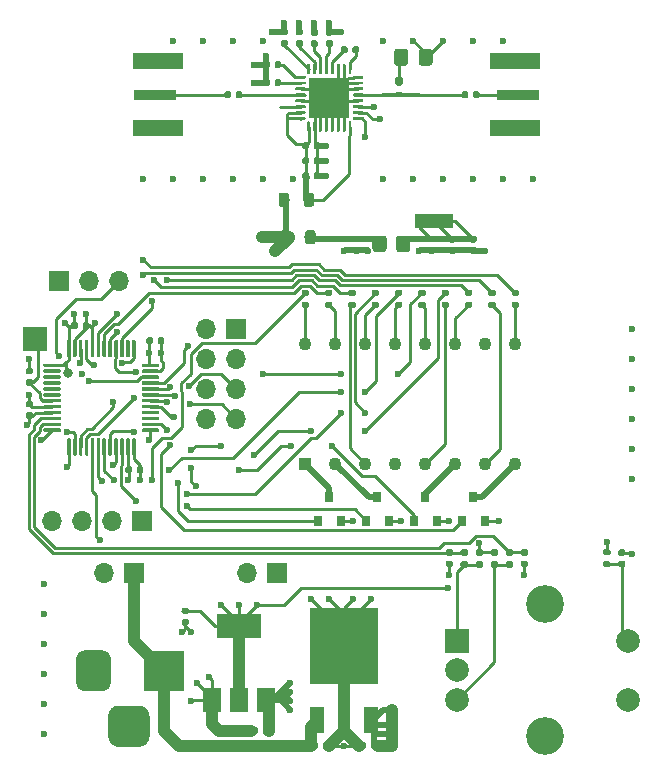
<source format=gtl>
G04 #@! TF.GenerationSoftware,KiCad,Pcbnew,(5.1.10)-1*
G04 #@! TF.CreationDate,2021-09-22T21:53:00-04:00*
G04 #@! TF.ProjectId,rf-vga,72662d76-6761-42e6-9b69-6361645f7063,rev?*
G04 #@! TF.SameCoordinates,Original*
G04 #@! TF.FileFunction,Copper,L1,Top*
G04 #@! TF.FilePolarity,Positive*
%FSLAX46Y46*%
G04 Gerber Fmt 4.6, Leading zero omitted, Abs format (unit mm)*
G04 Created by KiCad (PCBNEW (5.1.10)-1) date 2021-09-22 21:53:00*
%MOMM*%
%LPD*%
G01*
G04 APERTURE LIST*
G04 #@! TA.AperFunction,ComponentPad*
%ADD10O,1.700000X1.700000*%
G04 #@! TD*
G04 #@! TA.AperFunction,ComponentPad*
%ADD11R,1.700000X1.700000*%
G04 #@! TD*
G04 #@! TA.AperFunction,SMDPad,CuDef*
%ADD12R,3.300000X1.270000*%
G04 #@! TD*
G04 #@! TA.AperFunction,SMDPad,CuDef*
%ADD13R,3.300000X0.400000*%
G04 #@! TD*
G04 #@! TA.AperFunction,ComponentPad*
%ADD14R,3.500000X3.500000*%
G04 #@! TD*
G04 #@! TA.AperFunction,SMDPad,CuDef*
%ADD15R,2.000000X2.000000*%
G04 #@! TD*
G04 #@! TA.AperFunction,ComponentPad*
%ADD16R,2.000000X2.000000*%
G04 #@! TD*
G04 #@! TA.AperFunction,ComponentPad*
%ADD17C,2.000000*%
G04 #@! TD*
G04 #@! TA.AperFunction,ComponentPad*
%ADD18C,3.200000*%
G04 #@! TD*
G04 #@! TA.AperFunction,SMDPad,CuDef*
%ADD19R,5.800000X6.400000*%
G04 #@! TD*
G04 #@! TA.AperFunction,SMDPad,CuDef*
%ADD20R,1.200000X2.200000*%
G04 #@! TD*
G04 #@! TA.AperFunction,ComponentPad*
%ADD21C,0.400000*%
G04 #@! TD*
G04 #@! TA.AperFunction,SMDPad,CuDef*
%ADD22R,3.600000X0.900000*%
G04 #@! TD*
G04 #@! TA.AperFunction,SMDPad,CuDef*
%ADD23R,4.200000X1.350000*%
G04 #@! TD*
G04 #@! TA.AperFunction,SMDPad,CuDef*
%ADD24R,1.500000X2.000000*%
G04 #@! TD*
G04 #@! TA.AperFunction,SMDPad,CuDef*
%ADD25R,3.800000X2.000000*%
G04 #@! TD*
G04 #@! TA.AperFunction,ComponentPad*
%ADD26C,0.500000*%
G04 #@! TD*
G04 #@! TA.AperFunction,SMDPad,CuDef*
%ADD27R,3.450000X3.450000*%
G04 #@! TD*
G04 #@! TA.AperFunction,SMDPad,CuDef*
%ADD28R,0.800000X0.900000*%
G04 #@! TD*
G04 #@! TA.AperFunction,ComponentPad*
%ADD29C,1.100000*%
G04 #@! TD*
G04 #@! TA.AperFunction,ComponentPad*
%ADD30R,1.100000X1.100000*%
G04 #@! TD*
G04 #@! TA.AperFunction,ViaPad*
%ADD31C,0.600000*%
G04 #@! TD*
G04 #@! TA.AperFunction,ViaPad*
%ADD32C,0.800000*%
G04 #@! TD*
G04 #@! TA.AperFunction,Conductor*
%ADD33C,0.250000*%
G04 #@! TD*
G04 #@! TA.AperFunction,Conductor*
%ADD34C,0.293370*%
G04 #@! TD*
G04 #@! TA.AperFunction,Conductor*
%ADD35C,1.000000*%
G04 #@! TD*
G04 #@! TA.AperFunction,Conductor*
%ADD36C,0.500000*%
G04 #@! TD*
G04 APERTURE END LIST*
G04 #@! TA.AperFunction,SMDPad,CuDef*
G36*
G01*
X195348400Y-90405799D02*
X195348400Y-91305801D01*
G75*
G02*
X195098401Y-91555800I-249999J0D01*
G01*
X194398399Y-91555800D01*
G75*
G02*
X194148400Y-91305801I0J249999D01*
G01*
X194148400Y-90405799D01*
G75*
G02*
X194398399Y-90155800I249999J0D01*
G01*
X195098401Y-90155800D01*
G75*
G02*
X195348400Y-90405799I0J-249999D01*
G01*
G37*
G04 #@! TD.AperFunction*
G04 #@! TA.AperFunction,SMDPad,CuDef*
G36*
G01*
X197348400Y-90405799D02*
X197348400Y-91305801D01*
G75*
G02*
X197098401Y-91555800I-249999J0D01*
G01*
X196398399Y-91555800D01*
G75*
G02*
X196148400Y-91305801I0J249999D01*
G01*
X196148400Y-90405799D01*
G75*
G02*
X196398399Y-90155800I249999J0D01*
G01*
X197098401Y-90155800D01*
G75*
G02*
X197348400Y-90405799I0J-249999D01*
G01*
G37*
G04 #@! TD.AperFunction*
G04 #@! TA.AperFunction,SMDPad,CuDef*
G36*
G01*
X187208000Y-89915750D02*
X187208000Y-90678250D01*
G75*
G02*
X186989250Y-90897000I-218750J0D01*
G01*
X186551750Y-90897000D01*
G75*
G02*
X186333000Y-90678250I0J218750D01*
G01*
X186333000Y-89915750D01*
G75*
G02*
X186551750Y-89697000I218750J0D01*
G01*
X186989250Y-89697000D01*
G75*
G02*
X187208000Y-89915750I0J-218750D01*
G01*
G37*
G04 #@! TD.AperFunction*
G04 #@! TA.AperFunction,SMDPad,CuDef*
G36*
G01*
X189333000Y-89915750D02*
X189333000Y-90678250D01*
G75*
G02*
X189114250Y-90897000I-218750J0D01*
G01*
X188676750Y-90897000D01*
G75*
G02*
X188458000Y-90678250I0J218750D01*
G01*
X188458000Y-89915750D01*
G75*
G02*
X188676750Y-89697000I218750J0D01*
G01*
X189114250Y-89697000D01*
G75*
G02*
X189333000Y-89915750I0J-218750D01*
G01*
G37*
G04 #@! TD.AperFunction*
G04 #@! TA.AperFunction,SMDPad,CuDef*
G36*
G01*
X187081000Y-86740750D02*
X187081000Y-87503250D01*
G75*
G02*
X186862250Y-87722000I-218750J0D01*
G01*
X186424750Y-87722000D01*
G75*
G02*
X186206000Y-87503250I0J218750D01*
G01*
X186206000Y-86740750D01*
G75*
G02*
X186424750Y-86522000I218750J0D01*
G01*
X186862250Y-86522000D01*
G75*
G02*
X187081000Y-86740750I0J-218750D01*
G01*
G37*
G04 #@! TD.AperFunction*
G04 #@! TA.AperFunction,SMDPad,CuDef*
G36*
G01*
X189206000Y-86740750D02*
X189206000Y-87503250D01*
G75*
G02*
X188987250Y-87722000I-218750J0D01*
G01*
X188549750Y-87722000D01*
G75*
G02*
X188331000Y-87503250I0J218750D01*
G01*
X188331000Y-86740750D01*
G75*
G02*
X188549750Y-86522000I218750J0D01*
G01*
X188987250Y-86522000D01*
G75*
G02*
X189206000Y-86740750I0J-218750D01*
G01*
G37*
G04 #@! TD.AperFunction*
G04 #@! TA.AperFunction,SMDPad,CuDef*
G36*
G01*
X198062000Y-75531725D02*
X198062000Y-74582275D01*
G75*
G02*
X198312275Y-74332000I250275J0D01*
G01*
X198986725Y-74332000D01*
G75*
G02*
X199237000Y-74582275I0J-250275D01*
G01*
X199237000Y-75531725D01*
G75*
G02*
X198986725Y-75782000I-250275J0D01*
G01*
X198312275Y-75782000D01*
G75*
G02*
X198062000Y-75531725I0J250275D01*
G01*
G37*
G04 #@! TD.AperFunction*
G04 #@! TA.AperFunction,SMDPad,CuDef*
G36*
G01*
X195987000Y-75532000D02*
X195987000Y-74582000D01*
G75*
G02*
X196237000Y-74332000I250000J0D01*
G01*
X196912000Y-74332000D01*
G75*
G02*
X197162000Y-74582000I0J-250000D01*
G01*
X197162000Y-75532000D01*
G75*
G02*
X196912000Y-75782000I-250000J0D01*
G01*
X196237000Y-75782000D01*
G75*
G02*
X195987000Y-75532000I0J250000D01*
G01*
G37*
G04 #@! TD.AperFunction*
G04 #@! TA.AperFunction,SMDPad,CuDef*
G36*
G01*
X196578200Y-77462880D02*
X196258200Y-77462880D01*
G75*
G02*
X196098200Y-77302880I0J160000D01*
G01*
X196098200Y-76857880D01*
G75*
G02*
X196258200Y-76697880I160000J0D01*
G01*
X196578200Y-76697880D01*
G75*
G02*
X196738200Y-76857880I0J-160000D01*
G01*
X196738200Y-77302880D01*
G75*
G02*
X196578200Y-77462880I-160000J0D01*
G01*
G37*
G04 #@! TD.AperFunction*
G04 #@! TA.AperFunction,SMDPad,CuDef*
G36*
G01*
X196668200Y-78425380D02*
X196168200Y-78425380D01*
G75*
G02*
X196068200Y-78325380I0J100000D01*
G01*
X196068200Y-78125380D01*
G75*
G02*
X196168200Y-78025380I100000J0D01*
G01*
X196668200Y-78025380D01*
G75*
G02*
X196768200Y-78125380I0J-100000D01*
G01*
X196768200Y-78325380D01*
G75*
G02*
X196668200Y-78425380I-100000J0D01*
G01*
G37*
G04 #@! TD.AperFunction*
G04 #@! TA.AperFunction,SMDPad,CuDef*
G36*
G01*
X175968000Y-99230000D02*
X175968000Y-98890000D01*
G75*
G02*
X176108000Y-98750000I140000J0D01*
G01*
X176388000Y-98750000D01*
G75*
G02*
X176528000Y-98890000I0J-140000D01*
G01*
X176528000Y-99230000D01*
G75*
G02*
X176388000Y-99370000I-140000J0D01*
G01*
X176108000Y-99370000D01*
G75*
G02*
X175968000Y-99230000I0J140000D01*
G01*
G37*
G04 #@! TD.AperFunction*
G04 #@! TA.AperFunction,SMDPad,CuDef*
G36*
G01*
X175008000Y-99230000D02*
X175008000Y-98890000D01*
G75*
G02*
X175148000Y-98750000I140000J0D01*
G01*
X175428000Y-98750000D01*
G75*
G02*
X175568000Y-98890000I0J-140000D01*
G01*
X175568000Y-99230000D01*
G75*
G02*
X175428000Y-99370000I-140000J0D01*
G01*
X175148000Y-99370000D01*
G75*
G02*
X175008000Y-99230000I0J140000D01*
G01*
G37*
G04 #@! TD.AperFunction*
G04 #@! TA.AperFunction,SMDPad,CuDef*
G36*
G01*
X168296000Y-100386000D02*
X168296000Y-99061000D01*
G75*
G02*
X168371000Y-98986000I75000J0D01*
G01*
X168521000Y-98986000D01*
G75*
G02*
X168596000Y-99061000I0J-75000D01*
G01*
X168596000Y-100386000D01*
G75*
G02*
X168521000Y-100461000I-75000J0D01*
G01*
X168371000Y-100461000D01*
G75*
G02*
X168296000Y-100386000I0J75000D01*
G01*
G37*
G04 #@! TD.AperFunction*
G04 #@! TA.AperFunction,SMDPad,CuDef*
G36*
G01*
X168796000Y-100386000D02*
X168796000Y-99061000D01*
G75*
G02*
X168871000Y-98986000I75000J0D01*
G01*
X169021000Y-98986000D01*
G75*
G02*
X169096000Y-99061000I0J-75000D01*
G01*
X169096000Y-100386000D01*
G75*
G02*
X169021000Y-100461000I-75000J0D01*
G01*
X168871000Y-100461000D01*
G75*
G02*
X168796000Y-100386000I0J75000D01*
G01*
G37*
G04 #@! TD.AperFunction*
G04 #@! TA.AperFunction,SMDPad,CuDef*
G36*
G01*
X169296000Y-100386000D02*
X169296000Y-99061000D01*
G75*
G02*
X169371000Y-98986000I75000J0D01*
G01*
X169521000Y-98986000D01*
G75*
G02*
X169596000Y-99061000I0J-75000D01*
G01*
X169596000Y-100386000D01*
G75*
G02*
X169521000Y-100461000I-75000J0D01*
G01*
X169371000Y-100461000D01*
G75*
G02*
X169296000Y-100386000I0J75000D01*
G01*
G37*
G04 #@! TD.AperFunction*
G04 #@! TA.AperFunction,SMDPad,CuDef*
G36*
G01*
X169796000Y-100386000D02*
X169796000Y-99061000D01*
G75*
G02*
X169871000Y-98986000I75000J0D01*
G01*
X170021000Y-98986000D01*
G75*
G02*
X170096000Y-99061000I0J-75000D01*
G01*
X170096000Y-100386000D01*
G75*
G02*
X170021000Y-100461000I-75000J0D01*
G01*
X169871000Y-100461000D01*
G75*
G02*
X169796000Y-100386000I0J75000D01*
G01*
G37*
G04 #@! TD.AperFunction*
G04 #@! TA.AperFunction,SMDPad,CuDef*
G36*
G01*
X170296000Y-100386000D02*
X170296000Y-99061000D01*
G75*
G02*
X170371000Y-98986000I75000J0D01*
G01*
X170521000Y-98986000D01*
G75*
G02*
X170596000Y-99061000I0J-75000D01*
G01*
X170596000Y-100386000D01*
G75*
G02*
X170521000Y-100461000I-75000J0D01*
G01*
X170371000Y-100461000D01*
G75*
G02*
X170296000Y-100386000I0J75000D01*
G01*
G37*
G04 #@! TD.AperFunction*
G04 #@! TA.AperFunction,SMDPad,CuDef*
G36*
G01*
X170796000Y-100386000D02*
X170796000Y-99061000D01*
G75*
G02*
X170871000Y-98986000I75000J0D01*
G01*
X171021000Y-98986000D01*
G75*
G02*
X171096000Y-99061000I0J-75000D01*
G01*
X171096000Y-100386000D01*
G75*
G02*
X171021000Y-100461000I-75000J0D01*
G01*
X170871000Y-100461000D01*
G75*
G02*
X170796000Y-100386000I0J75000D01*
G01*
G37*
G04 #@! TD.AperFunction*
G04 #@! TA.AperFunction,SMDPad,CuDef*
G36*
G01*
X171296000Y-100386000D02*
X171296000Y-99061000D01*
G75*
G02*
X171371000Y-98986000I75000J0D01*
G01*
X171521000Y-98986000D01*
G75*
G02*
X171596000Y-99061000I0J-75000D01*
G01*
X171596000Y-100386000D01*
G75*
G02*
X171521000Y-100461000I-75000J0D01*
G01*
X171371000Y-100461000D01*
G75*
G02*
X171296000Y-100386000I0J75000D01*
G01*
G37*
G04 #@! TD.AperFunction*
G04 #@! TA.AperFunction,SMDPad,CuDef*
G36*
G01*
X171796000Y-100386000D02*
X171796000Y-99061000D01*
G75*
G02*
X171871000Y-98986000I75000J0D01*
G01*
X172021000Y-98986000D01*
G75*
G02*
X172096000Y-99061000I0J-75000D01*
G01*
X172096000Y-100386000D01*
G75*
G02*
X172021000Y-100461000I-75000J0D01*
G01*
X171871000Y-100461000D01*
G75*
G02*
X171796000Y-100386000I0J75000D01*
G01*
G37*
G04 #@! TD.AperFunction*
G04 #@! TA.AperFunction,SMDPad,CuDef*
G36*
G01*
X172296000Y-100386000D02*
X172296000Y-99061000D01*
G75*
G02*
X172371000Y-98986000I75000J0D01*
G01*
X172521000Y-98986000D01*
G75*
G02*
X172596000Y-99061000I0J-75000D01*
G01*
X172596000Y-100386000D01*
G75*
G02*
X172521000Y-100461000I-75000J0D01*
G01*
X172371000Y-100461000D01*
G75*
G02*
X172296000Y-100386000I0J75000D01*
G01*
G37*
G04 #@! TD.AperFunction*
G04 #@! TA.AperFunction,SMDPad,CuDef*
G36*
G01*
X172796000Y-100386000D02*
X172796000Y-99061000D01*
G75*
G02*
X172871000Y-98986000I75000J0D01*
G01*
X173021000Y-98986000D01*
G75*
G02*
X173096000Y-99061000I0J-75000D01*
G01*
X173096000Y-100386000D01*
G75*
G02*
X173021000Y-100461000I-75000J0D01*
G01*
X172871000Y-100461000D01*
G75*
G02*
X172796000Y-100386000I0J75000D01*
G01*
G37*
G04 #@! TD.AperFunction*
G04 #@! TA.AperFunction,SMDPad,CuDef*
G36*
G01*
X173296000Y-100386000D02*
X173296000Y-99061000D01*
G75*
G02*
X173371000Y-98986000I75000J0D01*
G01*
X173521000Y-98986000D01*
G75*
G02*
X173596000Y-99061000I0J-75000D01*
G01*
X173596000Y-100386000D01*
G75*
G02*
X173521000Y-100461000I-75000J0D01*
G01*
X173371000Y-100461000D01*
G75*
G02*
X173296000Y-100386000I0J75000D01*
G01*
G37*
G04 #@! TD.AperFunction*
G04 #@! TA.AperFunction,SMDPad,CuDef*
G36*
G01*
X173796000Y-100386000D02*
X173796000Y-99061000D01*
G75*
G02*
X173871000Y-98986000I75000J0D01*
G01*
X174021000Y-98986000D01*
G75*
G02*
X174096000Y-99061000I0J-75000D01*
G01*
X174096000Y-100386000D01*
G75*
G02*
X174021000Y-100461000I-75000J0D01*
G01*
X173871000Y-100461000D01*
G75*
G02*
X173796000Y-100386000I0J75000D01*
G01*
G37*
G04 #@! TD.AperFunction*
G04 #@! TA.AperFunction,SMDPad,CuDef*
G36*
G01*
X174621000Y-101211000D02*
X174621000Y-101061000D01*
G75*
G02*
X174696000Y-100986000I75000J0D01*
G01*
X176021000Y-100986000D01*
G75*
G02*
X176096000Y-101061000I0J-75000D01*
G01*
X176096000Y-101211000D01*
G75*
G02*
X176021000Y-101286000I-75000J0D01*
G01*
X174696000Y-101286000D01*
G75*
G02*
X174621000Y-101211000I0J75000D01*
G01*
G37*
G04 #@! TD.AperFunction*
G04 #@! TA.AperFunction,SMDPad,CuDef*
G36*
G01*
X174621000Y-101711000D02*
X174621000Y-101561000D01*
G75*
G02*
X174696000Y-101486000I75000J0D01*
G01*
X176021000Y-101486000D01*
G75*
G02*
X176096000Y-101561000I0J-75000D01*
G01*
X176096000Y-101711000D01*
G75*
G02*
X176021000Y-101786000I-75000J0D01*
G01*
X174696000Y-101786000D01*
G75*
G02*
X174621000Y-101711000I0J75000D01*
G01*
G37*
G04 #@! TD.AperFunction*
G04 #@! TA.AperFunction,SMDPad,CuDef*
G36*
G01*
X174621000Y-102211000D02*
X174621000Y-102061000D01*
G75*
G02*
X174696000Y-101986000I75000J0D01*
G01*
X176021000Y-101986000D01*
G75*
G02*
X176096000Y-102061000I0J-75000D01*
G01*
X176096000Y-102211000D01*
G75*
G02*
X176021000Y-102286000I-75000J0D01*
G01*
X174696000Y-102286000D01*
G75*
G02*
X174621000Y-102211000I0J75000D01*
G01*
G37*
G04 #@! TD.AperFunction*
G04 #@! TA.AperFunction,SMDPad,CuDef*
G36*
G01*
X174621000Y-102711000D02*
X174621000Y-102561000D01*
G75*
G02*
X174696000Y-102486000I75000J0D01*
G01*
X176021000Y-102486000D01*
G75*
G02*
X176096000Y-102561000I0J-75000D01*
G01*
X176096000Y-102711000D01*
G75*
G02*
X176021000Y-102786000I-75000J0D01*
G01*
X174696000Y-102786000D01*
G75*
G02*
X174621000Y-102711000I0J75000D01*
G01*
G37*
G04 #@! TD.AperFunction*
G04 #@! TA.AperFunction,SMDPad,CuDef*
G36*
G01*
X174621000Y-103211000D02*
X174621000Y-103061000D01*
G75*
G02*
X174696000Y-102986000I75000J0D01*
G01*
X176021000Y-102986000D01*
G75*
G02*
X176096000Y-103061000I0J-75000D01*
G01*
X176096000Y-103211000D01*
G75*
G02*
X176021000Y-103286000I-75000J0D01*
G01*
X174696000Y-103286000D01*
G75*
G02*
X174621000Y-103211000I0J75000D01*
G01*
G37*
G04 #@! TD.AperFunction*
G04 #@! TA.AperFunction,SMDPad,CuDef*
G36*
G01*
X174621000Y-103711000D02*
X174621000Y-103561000D01*
G75*
G02*
X174696000Y-103486000I75000J0D01*
G01*
X176021000Y-103486000D01*
G75*
G02*
X176096000Y-103561000I0J-75000D01*
G01*
X176096000Y-103711000D01*
G75*
G02*
X176021000Y-103786000I-75000J0D01*
G01*
X174696000Y-103786000D01*
G75*
G02*
X174621000Y-103711000I0J75000D01*
G01*
G37*
G04 #@! TD.AperFunction*
G04 #@! TA.AperFunction,SMDPad,CuDef*
G36*
G01*
X174621000Y-104211000D02*
X174621000Y-104061000D01*
G75*
G02*
X174696000Y-103986000I75000J0D01*
G01*
X176021000Y-103986000D01*
G75*
G02*
X176096000Y-104061000I0J-75000D01*
G01*
X176096000Y-104211000D01*
G75*
G02*
X176021000Y-104286000I-75000J0D01*
G01*
X174696000Y-104286000D01*
G75*
G02*
X174621000Y-104211000I0J75000D01*
G01*
G37*
G04 #@! TD.AperFunction*
G04 #@! TA.AperFunction,SMDPad,CuDef*
G36*
G01*
X174621000Y-104711000D02*
X174621000Y-104561000D01*
G75*
G02*
X174696000Y-104486000I75000J0D01*
G01*
X176021000Y-104486000D01*
G75*
G02*
X176096000Y-104561000I0J-75000D01*
G01*
X176096000Y-104711000D01*
G75*
G02*
X176021000Y-104786000I-75000J0D01*
G01*
X174696000Y-104786000D01*
G75*
G02*
X174621000Y-104711000I0J75000D01*
G01*
G37*
G04 #@! TD.AperFunction*
G04 #@! TA.AperFunction,SMDPad,CuDef*
G36*
G01*
X174621000Y-105211000D02*
X174621000Y-105061000D01*
G75*
G02*
X174696000Y-104986000I75000J0D01*
G01*
X176021000Y-104986000D01*
G75*
G02*
X176096000Y-105061000I0J-75000D01*
G01*
X176096000Y-105211000D01*
G75*
G02*
X176021000Y-105286000I-75000J0D01*
G01*
X174696000Y-105286000D01*
G75*
G02*
X174621000Y-105211000I0J75000D01*
G01*
G37*
G04 #@! TD.AperFunction*
G04 #@! TA.AperFunction,SMDPad,CuDef*
G36*
G01*
X174621000Y-105711000D02*
X174621000Y-105561000D01*
G75*
G02*
X174696000Y-105486000I75000J0D01*
G01*
X176021000Y-105486000D01*
G75*
G02*
X176096000Y-105561000I0J-75000D01*
G01*
X176096000Y-105711000D01*
G75*
G02*
X176021000Y-105786000I-75000J0D01*
G01*
X174696000Y-105786000D01*
G75*
G02*
X174621000Y-105711000I0J75000D01*
G01*
G37*
G04 #@! TD.AperFunction*
G04 #@! TA.AperFunction,SMDPad,CuDef*
G36*
G01*
X174621000Y-106211000D02*
X174621000Y-106061000D01*
G75*
G02*
X174696000Y-105986000I75000J0D01*
G01*
X176021000Y-105986000D01*
G75*
G02*
X176096000Y-106061000I0J-75000D01*
G01*
X176096000Y-106211000D01*
G75*
G02*
X176021000Y-106286000I-75000J0D01*
G01*
X174696000Y-106286000D01*
G75*
G02*
X174621000Y-106211000I0J75000D01*
G01*
G37*
G04 #@! TD.AperFunction*
G04 #@! TA.AperFunction,SMDPad,CuDef*
G36*
G01*
X174621000Y-106711000D02*
X174621000Y-106561000D01*
G75*
G02*
X174696000Y-106486000I75000J0D01*
G01*
X176021000Y-106486000D01*
G75*
G02*
X176096000Y-106561000I0J-75000D01*
G01*
X176096000Y-106711000D01*
G75*
G02*
X176021000Y-106786000I-75000J0D01*
G01*
X174696000Y-106786000D01*
G75*
G02*
X174621000Y-106711000I0J75000D01*
G01*
G37*
G04 #@! TD.AperFunction*
G04 #@! TA.AperFunction,SMDPad,CuDef*
G36*
G01*
X173796000Y-108711000D02*
X173796000Y-107386000D01*
G75*
G02*
X173871000Y-107311000I75000J0D01*
G01*
X174021000Y-107311000D01*
G75*
G02*
X174096000Y-107386000I0J-75000D01*
G01*
X174096000Y-108711000D01*
G75*
G02*
X174021000Y-108786000I-75000J0D01*
G01*
X173871000Y-108786000D01*
G75*
G02*
X173796000Y-108711000I0J75000D01*
G01*
G37*
G04 #@! TD.AperFunction*
G04 #@! TA.AperFunction,SMDPad,CuDef*
G36*
G01*
X173296000Y-108711000D02*
X173296000Y-107386000D01*
G75*
G02*
X173371000Y-107311000I75000J0D01*
G01*
X173521000Y-107311000D01*
G75*
G02*
X173596000Y-107386000I0J-75000D01*
G01*
X173596000Y-108711000D01*
G75*
G02*
X173521000Y-108786000I-75000J0D01*
G01*
X173371000Y-108786000D01*
G75*
G02*
X173296000Y-108711000I0J75000D01*
G01*
G37*
G04 #@! TD.AperFunction*
G04 #@! TA.AperFunction,SMDPad,CuDef*
G36*
G01*
X172796000Y-108711000D02*
X172796000Y-107386000D01*
G75*
G02*
X172871000Y-107311000I75000J0D01*
G01*
X173021000Y-107311000D01*
G75*
G02*
X173096000Y-107386000I0J-75000D01*
G01*
X173096000Y-108711000D01*
G75*
G02*
X173021000Y-108786000I-75000J0D01*
G01*
X172871000Y-108786000D01*
G75*
G02*
X172796000Y-108711000I0J75000D01*
G01*
G37*
G04 #@! TD.AperFunction*
G04 #@! TA.AperFunction,SMDPad,CuDef*
G36*
G01*
X172296000Y-108711000D02*
X172296000Y-107386000D01*
G75*
G02*
X172371000Y-107311000I75000J0D01*
G01*
X172521000Y-107311000D01*
G75*
G02*
X172596000Y-107386000I0J-75000D01*
G01*
X172596000Y-108711000D01*
G75*
G02*
X172521000Y-108786000I-75000J0D01*
G01*
X172371000Y-108786000D01*
G75*
G02*
X172296000Y-108711000I0J75000D01*
G01*
G37*
G04 #@! TD.AperFunction*
G04 #@! TA.AperFunction,SMDPad,CuDef*
G36*
G01*
X171796000Y-108711000D02*
X171796000Y-107386000D01*
G75*
G02*
X171871000Y-107311000I75000J0D01*
G01*
X172021000Y-107311000D01*
G75*
G02*
X172096000Y-107386000I0J-75000D01*
G01*
X172096000Y-108711000D01*
G75*
G02*
X172021000Y-108786000I-75000J0D01*
G01*
X171871000Y-108786000D01*
G75*
G02*
X171796000Y-108711000I0J75000D01*
G01*
G37*
G04 #@! TD.AperFunction*
G04 #@! TA.AperFunction,SMDPad,CuDef*
G36*
G01*
X171296000Y-108711000D02*
X171296000Y-107386000D01*
G75*
G02*
X171371000Y-107311000I75000J0D01*
G01*
X171521000Y-107311000D01*
G75*
G02*
X171596000Y-107386000I0J-75000D01*
G01*
X171596000Y-108711000D01*
G75*
G02*
X171521000Y-108786000I-75000J0D01*
G01*
X171371000Y-108786000D01*
G75*
G02*
X171296000Y-108711000I0J75000D01*
G01*
G37*
G04 #@! TD.AperFunction*
G04 #@! TA.AperFunction,SMDPad,CuDef*
G36*
G01*
X170796000Y-108711000D02*
X170796000Y-107386000D01*
G75*
G02*
X170871000Y-107311000I75000J0D01*
G01*
X171021000Y-107311000D01*
G75*
G02*
X171096000Y-107386000I0J-75000D01*
G01*
X171096000Y-108711000D01*
G75*
G02*
X171021000Y-108786000I-75000J0D01*
G01*
X170871000Y-108786000D01*
G75*
G02*
X170796000Y-108711000I0J75000D01*
G01*
G37*
G04 #@! TD.AperFunction*
G04 #@! TA.AperFunction,SMDPad,CuDef*
G36*
G01*
X170296000Y-108711000D02*
X170296000Y-107386000D01*
G75*
G02*
X170371000Y-107311000I75000J0D01*
G01*
X170521000Y-107311000D01*
G75*
G02*
X170596000Y-107386000I0J-75000D01*
G01*
X170596000Y-108711000D01*
G75*
G02*
X170521000Y-108786000I-75000J0D01*
G01*
X170371000Y-108786000D01*
G75*
G02*
X170296000Y-108711000I0J75000D01*
G01*
G37*
G04 #@! TD.AperFunction*
G04 #@! TA.AperFunction,SMDPad,CuDef*
G36*
G01*
X169796000Y-108711000D02*
X169796000Y-107386000D01*
G75*
G02*
X169871000Y-107311000I75000J0D01*
G01*
X170021000Y-107311000D01*
G75*
G02*
X170096000Y-107386000I0J-75000D01*
G01*
X170096000Y-108711000D01*
G75*
G02*
X170021000Y-108786000I-75000J0D01*
G01*
X169871000Y-108786000D01*
G75*
G02*
X169796000Y-108711000I0J75000D01*
G01*
G37*
G04 #@! TD.AperFunction*
G04 #@! TA.AperFunction,SMDPad,CuDef*
G36*
G01*
X169296000Y-108711000D02*
X169296000Y-107386000D01*
G75*
G02*
X169371000Y-107311000I75000J0D01*
G01*
X169521000Y-107311000D01*
G75*
G02*
X169596000Y-107386000I0J-75000D01*
G01*
X169596000Y-108711000D01*
G75*
G02*
X169521000Y-108786000I-75000J0D01*
G01*
X169371000Y-108786000D01*
G75*
G02*
X169296000Y-108711000I0J75000D01*
G01*
G37*
G04 #@! TD.AperFunction*
G04 #@! TA.AperFunction,SMDPad,CuDef*
G36*
G01*
X168796000Y-108711000D02*
X168796000Y-107386000D01*
G75*
G02*
X168871000Y-107311000I75000J0D01*
G01*
X169021000Y-107311000D01*
G75*
G02*
X169096000Y-107386000I0J-75000D01*
G01*
X169096000Y-108711000D01*
G75*
G02*
X169021000Y-108786000I-75000J0D01*
G01*
X168871000Y-108786000D01*
G75*
G02*
X168796000Y-108711000I0J75000D01*
G01*
G37*
G04 #@! TD.AperFunction*
G04 #@! TA.AperFunction,SMDPad,CuDef*
G36*
G01*
X168296000Y-108711000D02*
X168296000Y-107386000D01*
G75*
G02*
X168371000Y-107311000I75000J0D01*
G01*
X168521000Y-107311000D01*
G75*
G02*
X168596000Y-107386000I0J-75000D01*
G01*
X168596000Y-108711000D01*
G75*
G02*
X168521000Y-108786000I-75000J0D01*
G01*
X168371000Y-108786000D01*
G75*
G02*
X168296000Y-108711000I0J75000D01*
G01*
G37*
G04 #@! TD.AperFunction*
G04 #@! TA.AperFunction,SMDPad,CuDef*
G36*
G01*
X166296000Y-106711000D02*
X166296000Y-106561000D01*
G75*
G02*
X166371000Y-106486000I75000J0D01*
G01*
X167696000Y-106486000D01*
G75*
G02*
X167771000Y-106561000I0J-75000D01*
G01*
X167771000Y-106711000D01*
G75*
G02*
X167696000Y-106786000I-75000J0D01*
G01*
X166371000Y-106786000D01*
G75*
G02*
X166296000Y-106711000I0J75000D01*
G01*
G37*
G04 #@! TD.AperFunction*
G04 #@! TA.AperFunction,SMDPad,CuDef*
G36*
G01*
X166296000Y-106211000D02*
X166296000Y-106061000D01*
G75*
G02*
X166371000Y-105986000I75000J0D01*
G01*
X167696000Y-105986000D01*
G75*
G02*
X167771000Y-106061000I0J-75000D01*
G01*
X167771000Y-106211000D01*
G75*
G02*
X167696000Y-106286000I-75000J0D01*
G01*
X166371000Y-106286000D01*
G75*
G02*
X166296000Y-106211000I0J75000D01*
G01*
G37*
G04 #@! TD.AperFunction*
G04 #@! TA.AperFunction,SMDPad,CuDef*
G36*
G01*
X166296000Y-105711000D02*
X166296000Y-105561000D01*
G75*
G02*
X166371000Y-105486000I75000J0D01*
G01*
X167696000Y-105486000D01*
G75*
G02*
X167771000Y-105561000I0J-75000D01*
G01*
X167771000Y-105711000D01*
G75*
G02*
X167696000Y-105786000I-75000J0D01*
G01*
X166371000Y-105786000D01*
G75*
G02*
X166296000Y-105711000I0J75000D01*
G01*
G37*
G04 #@! TD.AperFunction*
G04 #@! TA.AperFunction,SMDPad,CuDef*
G36*
G01*
X166296000Y-105211000D02*
X166296000Y-105061000D01*
G75*
G02*
X166371000Y-104986000I75000J0D01*
G01*
X167696000Y-104986000D01*
G75*
G02*
X167771000Y-105061000I0J-75000D01*
G01*
X167771000Y-105211000D01*
G75*
G02*
X167696000Y-105286000I-75000J0D01*
G01*
X166371000Y-105286000D01*
G75*
G02*
X166296000Y-105211000I0J75000D01*
G01*
G37*
G04 #@! TD.AperFunction*
G04 #@! TA.AperFunction,SMDPad,CuDef*
G36*
G01*
X166296000Y-104711000D02*
X166296000Y-104561000D01*
G75*
G02*
X166371000Y-104486000I75000J0D01*
G01*
X167696000Y-104486000D01*
G75*
G02*
X167771000Y-104561000I0J-75000D01*
G01*
X167771000Y-104711000D01*
G75*
G02*
X167696000Y-104786000I-75000J0D01*
G01*
X166371000Y-104786000D01*
G75*
G02*
X166296000Y-104711000I0J75000D01*
G01*
G37*
G04 #@! TD.AperFunction*
G04 #@! TA.AperFunction,SMDPad,CuDef*
G36*
G01*
X166296000Y-104211000D02*
X166296000Y-104061000D01*
G75*
G02*
X166371000Y-103986000I75000J0D01*
G01*
X167696000Y-103986000D01*
G75*
G02*
X167771000Y-104061000I0J-75000D01*
G01*
X167771000Y-104211000D01*
G75*
G02*
X167696000Y-104286000I-75000J0D01*
G01*
X166371000Y-104286000D01*
G75*
G02*
X166296000Y-104211000I0J75000D01*
G01*
G37*
G04 #@! TD.AperFunction*
G04 #@! TA.AperFunction,SMDPad,CuDef*
G36*
G01*
X166296000Y-103711000D02*
X166296000Y-103561000D01*
G75*
G02*
X166371000Y-103486000I75000J0D01*
G01*
X167696000Y-103486000D01*
G75*
G02*
X167771000Y-103561000I0J-75000D01*
G01*
X167771000Y-103711000D01*
G75*
G02*
X167696000Y-103786000I-75000J0D01*
G01*
X166371000Y-103786000D01*
G75*
G02*
X166296000Y-103711000I0J75000D01*
G01*
G37*
G04 #@! TD.AperFunction*
G04 #@! TA.AperFunction,SMDPad,CuDef*
G36*
G01*
X166296000Y-103211000D02*
X166296000Y-103061000D01*
G75*
G02*
X166371000Y-102986000I75000J0D01*
G01*
X167696000Y-102986000D01*
G75*
G02*
X167771000Y-103061000I0J-75000D01*
G01*
X167771000Y-103211000D01*
G75*
G02*
X167696000Y-103286000I-75000J0D01*
G01*
X166371000Y-103286000D01*
G75*
G02*
X166296000Y-103211000I0J75000D01*
G01*
G37*
G04 #@! TD.AperFunction*
G04 #@! TA.AperFunction,SMDPad,CuDef*
G36*
G01*
X166296000Y-102711000D02*
X166296000Y-102561000D01*
G75*
G02*
X166371000Y-102486000I75000J0D01*
G01*
X167696000Y-102486000D01*
G75*
G02*
X167771000Y-102561000I0J-75000D01*
G01*
X167771000Y-102711000D01*
G75*
G02*
X167696000Y-102786000I-75000J0D01*
G01*
X166371000Y-102786000D01*
G75*
G02*
X166296000Y-102711000I0J75000D01*
G01*
G37*
G04 #@! TD.AperFunction*
G04 #@! TA.AperFunction,SMDPad,CuDef*
G36*
G01*
X166296000Y-102211000D02*
X166296000Y-102061000D01*
G75*
G02*
X166371000Y-101986000I75000J0D01*
G01*
X167696000Y-101986000D01*
G75*
G02*
X167771000Y-102061000I0J-75000D01*
G01*
X167771000Y-102211000D01*
G75*
G02*
X167696000Y-102286000I-75000J0D01*
G01*
X166371000Y-102286000D01*
G75*
G02*
X166296000Y-102211000I0J75000D01*
G01*
G37*
G04 #@! TD.AperFunction*
G04 #@! TA.AperFunction,SMDPad,CuDef*
G36*
G01*
X166296000Y-101711000D02*
X166296000Y-101561000D01*
G75*
G02*
X166371000Y-101486000I75000J0D01*
G01*
X167696000Y-101486000D01*
G75*
G02*
X167771000Y-101561000I0J-75000D01*
G01*
X167771000Y-101711000D01*
G75*
G02*
X167696000Y-101786000I-75000J0D01*
G01*
X166371000Y-101786000D01*
G75*
G02*
X166296000Y-101711000I0J75000D01*
G01*
G37*
G04 #@! TD.AperFunction*
G04 #@! TA.AperFunction,SMDPad,CuDef*
G36*
G01*
X166296000Y-101211000D02*
X166296000Y-101061000D01*
G75*
G02*
X166371000Y-100986000I75000J0D01*
G01*
X167696000Y-100986000D01*
G75*
G02*
X167771000Y-101061000I0J-75000D01*
G01*
X167771000Y-101211000D01*
G75*
G02*
X167696000Y-101286000I-75000J0D01*
G01*
X166371000Y-101286000D01*
G75*
G02*
X166296000Y-101211000I0J75000D01*
G01*
G37*
G04 #@! TD.AperFunction*
D10*
X180086000Y-105664000D03*
X182626000Y-105664000D03*
X180086000Y-103124000D03*
X182626000Y-103124000D03*
X180086000Y-100584000D03*
X182626000Y-100584000D03*
X180086000Y-98044000D03*
D11*
X182626000Y-98044000D03*
G04 #@! TA.AperFunction,SMDPad,CuDef*
G36*
G01*
X194209665Y-95744000D02*
X194579665Y-95744000D01*
G75*
G02*
X194714665Y-95879000I0J-135000D01*
G01*
X194714665Y-96149000D01*
G75*
G02*
X194579665Y-96284000I-135000J0D01*
G01*
X194209665Y-96284000D01*
G75*
G02*
X194074665Y-96149000I0J135000D01*
G01*
X194074665Y-95879000D01*
G75*
G02*
X194209665Y-95744000I135000J0D01*
G01*
G37*
G04 #@! TD.AperFunction*
G04 #@! TA.AperFunction,SMDPad,CuDef*
G36*
G01*
X194209665Y-94724000D02*
X194579665Y-94724000D01*
G75*
G02*
X194714665Y-94859000I0J-135000D01*
G01*
X194714665Y-95129000D01*
G75*
G02*
X194579665Y-95264000I-135000J0D01*
G01*
X194209665Y-95264000D01*
G75*
G02*
X194074665Y-95129000I0J135000D01*
G01*
X194074665Y-94859000D01*
G75*
G02*
X194209665Y-94724000I135000J0D01*
G01*
G37*
G04 #@! TD.AperFunction*
G04 #@! TA.AperFunction,SMDPad,CuDef*
G36*
G01*
X188283000Y-95744000D02*
X188653000Y-95744000D01*
G75*
G02*
X188788000Y-95879000I0J-135000D01*
G01*
X188788000Y-96149000D01*
G75*
G02*
X188653000Y-96284000I-135000J0D01*
G01*
X188283000Y-96284000D01*
G75*
G02*
X188148000Y-96149000I0J135000D01*
G01*
X188148000Y-95879000D01*
G75*
G02*
X188283000Y-95744000I135000J0D01*
G01*
G37*
G04 #@! TD.AperFunction*
G04 #@! TA.AperFunction,SMDPad,CuDef*
G36*
G01*
X188283000Y-94724000D02*
X188653000Y-94724000D01*
G75*
G02*
X188788000Y-94859000I0J-135000D01*
G01*
X188788000Y-95129000D01*
G75*
G02*
X188653000Y-95264000I-135000J0D01*
G01*
X188283000Y-95264000D01*
G75*
G02*
X188148000Y-95129000I0J135000D01*
G01*
X188148000Y-94859000D01*
G75*
G02*
X188283000Y-94724000I135000J0D01*
G01*
G37*
G04 #@! TD.AperFunction*
G04 #@! TA.AperFunction,SMDPad,CuDef*
G36*
G01*
X196185220Y-95744000D02*
X196555220Y-95744000D01*
G75*
G02*
X196690220Y-95879000I0J-135000D01*
G01*
X196690220Y-96149000D01*
G75*
G02*
X196555220Y-96284000I-135000J0D01*
G01*
X196185220Y-96284000D01*
G75*
G02*
X196050220Y-96149000I0J135000D01*
G01*
X196050220Y-95879000D01*
G75*
G02*
X196185220Y-95744000I135000J0D01*
G01*
G37*
G04 #@! TD.AperFunction*
G04 #@! TA.AperFunction,SMDPad,CuDef*
G36*
G01*
X196185220Y-94724000D02*
X196555220Y-94724000D01*
G75*
G02*
X196690220Y-94859000I0J-135000D01*
G01*
X196690220Y-95129000D01*
G75*
G02*
X196555220Y-95264000I-135000J0D01*
G01*
X196185220Y-95264000D01*
G75*
G02*
X196050220Y-95129000I0J135000D01*
G01*
X196050220Y-94859000D01*
G75*
G02*
X196185220Y-94724000I135000J0D01*
G01*
G37*
G04 #@! TD.AperFunction*
G04 #@! TA.AperFunction,SMDPad,CuDef*
G36*
G01*
X192234110Y-95744000D02*
X192604110Y-95744000D01*
G75*
G02*
X192739110Y-95879000I0J-135000D01*
G01*
X192739110Y-96149000D01*
G75*
G02*
X192604110Y-96284000I-135000J0D01*
G01*
X192234110Y-96284000D01*
G75*
G02*
X192099110Y-96149000I0J135000D01*
G01*
X192099110Y-95879000D01*
G75*
G02*
X192234110Y-95744000I135000J0D01*
G01*
G37*
G04 #@! TD.AperFunction*
G04 #@! TA.AperFunction,SMDPad,CuDef*
G36*
G01*
X192234110Y-94724000D02*
X192604110Y-94724000D01*
G75*
G02*
X192739110Y-94859000I0J-135000D01*
G01*
X192739110Y-95129000D01*
G75*
G02*
X192604110Y-95264000I-135000J0D01*
G01*
X192234110Y-95264000D01*
G75*
G02*
X192099110Y-95129000I0J135000D01*
G01*
X192099110Y-94859000D01*
G75*
G02*
X192234110Y-94724000I135000J0D01*
G01*
G37*
G04 #@! TD.AperFunction*
G04 #@! TA.AperFunction,SMDPad,CuDef*
G36*
G01*
X200136330Y-95744000D02*
X200506330Y-95744000D01*
G75*
G02*
X200641330Y-95879000I0J-135000D01*
G01*
X200641330Y-96149000D01*
G75*
G02*
X200506330Y-96284000I-135000J0D01*
G01*
X200136330Y-96284000D01*
G75*
G02*
X200001330Y-96149000I0J135000D01*
G01*
X200001330Y-95879000D01*
G75*
G02*
X200136330Y-95744000I135000J0D01*
G01*
G37*
G04 #@! TD.AperFunction*
G04 #@! TA.AperFunction,SMDPad,CuDef*
G36*
G01*
X200136330Y-94724000D02*
X200506330Y-94724000D01*
G75*
G02*
X200641330Y-94859000I0J-135000D01*
G01*
X200641330Y-95129000D01*
G75*
G02*
X200506330Y-95264000I-135000J0D01*
G01*
X200136330Y-95264000D01*
G75*
G02*
X200001330Y-95129000I0J135000D01*
G01*
X200001330Y-94859000D01*
G75*
G02*
X200136330Y-94724000I135000J0D01*
G01*
G37*
G04 #@! TD.AperFunction*
G04 #@! TA.AperFunction,SMDPad,CuDef*
G36*
G01*
X202111885Y-95744000D02*
X202481885Y-95744000D01*
G75*
G02*
X202616885Y-95879000I0J-135000D01*
G01*
X202616885Y-96149000D01*
G75*
G02*
X202481885Y-96284000I-135000J0D01*
G01*
X202111885Y-96284000D01*
G75*
G02*
X201976885Y-96149000I0J135000D01*
G01*
X201976885Y-95879000D01*
G75*
G02*
X202111885Y-95744000I135000J0D01*
G01*
G37*
G04 #@! TD.AperFunction*
G04 #@! TA.AperFunction,SMDPad,CuDef*
G36*
G01*
X202111885Y-94724000D02*
X202481885Y-94724000D01*
G75*
G02*
X202616885Y-94859000I0J-135000D01*
G01*
X202616885Y-95129000D01*
G75*
G02*
X202481885Y-95264000I-135000J0D01*
G01*
X202111885Y-95264000D01*
G75*
G02*
X201976885Y-95129000I0J135000D01*
G01*
X201976885Y-94859000D01*
G75*
G02*
X202111885Y-94724000I135000J0D01*
G01*
G37*
G04 #@! TD.AperFunction*
G04 #@! TA.AperFunction,SMDPad,CuDef*
G36*
G01*
X190258555Y-95744000D02*
X190628555Y-95744000D01*
G75*
G02*
X190763555Y-95879000I0J-135000D01*
G01*
X190763555Y-96149000D01*
G75*
G02*
X190628555Y-96284000I-135000J0D01*
G01*
X190258555Y-96284000D01*
G75*
G02*
X190123555Y-96149000I0J135000D01*
G01*
X190123555Y-95879000D01*
G75*
G02*
X190258555Y-95744000I135000J0D01*
G01*
G37*
G04 #@! TD.AperFunction*
G04 #@! TA.AperFunction,SMDPad,CuDef*
G36*
G01*
X190258555Y-94724000D02*
X190628555Y-94724000D01*
G75*
G02*
X190763555Y-94859000I0J-135000D01*
G01*
X190763555Y-95129000D01*
G75*
G02*
X190628555Y-95264000I-135000J0D01*
G01*
X190258555Y-95264000D01*
G75*
G02*
X190123555Y-95129000I0J135000D01*
G01*
X190123555Y-94859000D01*
G75*
G02*
X190258555Y-94724000I135000J0D01*
G01*
G37*
G04 #@! TD.AperFunction*
G04 #@! TA.AperFunction,SMDPad,CuDef*
G36*
G01*
X203383000Y-117255000D02*
X203013000Y-117255000D01*
G75*
G02*
X202878000Y-117120000I0J135000D01*
G01*
X202878000Y-116850000D01*
G75*
G02*
X203013000Y-116715000I135000J0D01*
G01*
X203383000Y-116715000D01*
G75*
G02*
X203518000Y-116850000I0J-135000D01*
G01*
X203518000Y-117120000D01*
G75*
G02*
X203383000Y-117255000I-135000J0D01*
G01*
G37*
G04 #@! TD.AperFunction*
G04 #@! TA.AperFunction,SMDPad,CuDef*
G36*
G01*
X203383000Y-118275000D02*
X203013000Y-118275000D01*
G75*
G02*
X202878000Y-118140000I0J135000D01*
G01*
X202878000Y-117870000D01*
G75*
G02*
X203013000Y-117735000I135000J0D01*
G01*
X203383000Y-117735000D01*
G75*
G02*
X203518000Y-117870000I0J-135000D01*
G01*
X203518000Y-118140000D01*
G75*
G02*
X203383000Y-118275000I-135000J0D01*
G01*
G37*
G04 #@! TD.AperFunction*
G04 #@! TA.AperFunction,SMDPad,CuDef*
G36*
G01*
X204087440Y-95744000D02*
X204457440Y-95744000D01*
G75*
G02*
X204592440Y-95879000I0J-135000D01*
G01*
X204592440Y-96149000D01*
G75*
G02*
X204457440Y-96284000I-135000J0D01*
G01*
X204087440Y-96284000D01*
G75*
G02*
X203952440Y-96149000I0J135000D01*
G01*
X203952440Y-95879000D01*
G75*
G02*
X204087440Y-95744000I135000J0D01*
G01*
G37*
G04 #@! TD.AperFunction*
G04 #@! TA.AperFunction,SMDPad,CuDef*
G36*
G01*
X204087440Y-94724000D02*
X204457440Y-94724000D01*
G75*
G02*
X204592440Y-94859000I0J-135000D01*
G01*
X204592440Y-95129000D01*
G75*
G02*
X204457440Y-95264000I-135000J0D01*
G01*
X204087440Y-95264000D01*
G75*
G02*
X203952440Y-95129000I0J135000D01*
G01*
X203952440Y-94859000D01*
G75*
G02*
X204087440Y-94724000I135000J0D01*
G01*
G37*
G04 #@! TD.AperFunction*
G04 #@! TA.AperFunction,SMDPad,CuDef*
G36*
G01*
X204657000Y-117255000D02*
X204287000Y-117255000D01*
G75*
G02*
X204152000Y-117120000I0J135000D01*
G01*
X204152000Y-116850000D01*
G75*
G02*
X204287000Y-116715000I135000J0D01*
G01*
X204657000Y-116715000D01*
G75*
G02*
X204792000Y-116850000I0J-135000D01*
G01*
X204792000Y-117120000D01*
G75*
G02*
X204657000Y-117255000I-135000J0D01*
G01*
G37*
G04 #@! TD.AperFunction*
G04 #@! TA.AperFunction,SMDPad,CuDef*
G36*
G01*
X204657000Y-118275000D02*
X204287000Y-118275000D01*
G75*
G02*
X204152000Y-118140000I0J135000D01*
G01*
X204152000Y-117870000D01*
G75*
G02*
X204287000Y-117735000I135000J0D01*
G01*
X204657000Y-117735000D01*
G75*
G02*
X204792000Y-117870000I0J-135000D01*
G01*
X204792000Y-118140000D01*
G75*
G02*
X204657000Y-118275000I-135000J0D01*
G01*
G37*
G04 #@! TD.AperFunction*
G04 #@! TA.AperFunction,SMDPad,CuDef*
G36*
G01*
X198160775Y-95744000D02*
X198530775Y-95744000D01*
G75*
G02*
X198665775Y-95879000I0J-135000D01*
G01*
X198665775Y-96149000D01*
G75*
G02*
X198530775Y-96284000I-135000J0D01*
G01*
X198160775Y-96284000D01*
G75*
G02*
X198025775Y-96149000I0J135000D01*
G01*
X198025775Y-95879000D01*
G75*
G02*
X198160775Y-95744000I135000J0D01*
G01*
G37*
G04 #@! TD.AperFunction*
G04 #@! TA.AperFunction,SMDPad,CuDef*
G36*
G01*
X198160775Y-94724000D02*
X198530775Y-94724000D01*
G75*
G02*
X198665775Y-94859000I0J-135000D01*
G01*
X198665775Y-95129000D01*
G75*
G02*
X198530775Y-95264000I-135000J0D01*
G01*
X198160775Y-95264000D01*
G75*
G02*
X198025775Y-95129000I0J135000D01*
G01*
X198025775Y-94859000D01*
G75*
G02*
X198160775Y-94724000I135000J0D01*
G01*
G37*
G04 #@! TD.AperFunction*
G04 #@! TA.AperFunction,SMDPad,CuDef*
G36*
G01*
X206063000Y-95744000D02*
X206433000Y-95744000D01*
G75*
G02*
X206568000Y-95879000I0J-135000D01*
G01*
X206568000Y-96149000D01*
G75*
G02*
X206433000Y-96284000I-135000J0D01*
G01*
X206063000Y-96284000D01*
G75*
G02*
X205928000Y-96149000I0J135000D01*
G01*
X205928000Y-95879000D01*
G75*
G02*
X206063000Y-95744000I135000J0D01*
G01*
G37*
G04 #@! TD.AperFunction*
G04 #@! TA.AperFunction,SMDPad,CuDef*
G36*
G01*
X206063000Y-94724000D02*
X206433000Y-94724000D01*
G75*
G02*
X206568000Y-94859000I0J-135000D01*
G01*
X206568000Y-95129000D01*
G75*
G02*
X206433000Y-95264000I-135000J0D01*
G01*
X206063000Y-95264000D01*
G75*
G02*
X205928000Y-95129000I0J135000D01*
G01*
X205928000Y-94859000D01*
G75*
G02*
X206063000Y-94724000I135000J0D01*
G01*
G37*
G04 #@! TD.AperFunction*
G04 #@! TA.AperFunction,SMDPad,CuDef*
G36*
G01*
X201739000Y-117735000D02*
X202109000Y-117735000D01*
G75*
G02*
X202244000Y-117870000I0J-135000D01*
G01*
X202244000Y-118140000D01*
G75*
G02*
X202109000Y-118275000I-135000J0D01*
G01*
X201739000Y-118275000D01*
G75*
G02*
X201604000Y-118140000I0J135000D01*
G01*
X201604000Y-117870000D01*
G75*
G02*
X201739000Y-117735000I135000J0D01*
G01*
G37*
G04 #@! TD.AperFunction*
G04 #@! TA.AperFunction,SMDPad,CuDef*
G36*
G01*
X201739000Y-116715000D02*
X202109000Y-116715000D01*
G75*
G02*
X202244000Y-116850000I0J-135000D01*
G01*
X202244000Y-117120000D01*
G75*
G02*
X202109000Y-117255000I-135000J0D01*
G01*
X201739000Y-117255000D01*
G75*
G02*
X201604000Y-117120000I0J135000D01*
G01*
X201604000Y-116850000D01*
G75*
G02*
X201739000Y-116715000I135000J0D01*
G01*
G37*
G04 #@! TD.AperFunction*
G04 #@! TA.AperFunction,SMDPad,CuDef*
G36*
G01*
X205561000Y-117735000D02*
X205931000Y-117735000D01*
G75*
G02*
X206066000Y-117870000I0J-135000D01*
G01*
X206066000Y-118140000D01*
G75*
G02*
X205931000Y-118275000I-135000J0D01*
G01*
X205561000Y-118275000D01*
G75*
G02*
X205426000Y-118140000I0J135000D01*
G01*
X205426000Y-117870000D01*
G75*
G02*
X205561000Y-117735000I135000J0D01*
G01*
G37*
G04 #@! TD.AperFunction*
G04 #@! TA.AperFunction,SMDPad,CuDef*
G36*
G01*
X205561000Y-116715000D02*
X205931000Y-116715000D01*
G75*
G02*
X206066000Y-116850000I0J-135000D01*
G01*
X206066000Y-117120000D01*
G75*
G02*
X205931000Y-117255000I-135000J0D01*
G01*
X205561000Y-117255000D01*
G75*
G02*
X205426000Y-117120000I0J135000D01*
G01*
X205426000Y-116850000D01*
G75*
G02*
X205561000Y-116715000I135000J0D01*
G01*
G37*
G04 #@! TD.AperFunction*
G04 #@! TA.AperFunction,SMDPad,CuDef*
G36*
G01*
X214180000Y-117235000D02*
X213810000Y-117235000D01*
G75*
G02*
X213675000Y-117100000I0J135000D01*
G01*
X213675000Y-116830000D01*
G75*
G02*
X213810000Y-116695000I135000J0D01*
G01*
X214180000Y-116695000D01*
G75*
G02*
X214315000Y-116830000I0J-135000D01*
G01*
X214315000Y-117100000D01*
G75*
G02*
X214180000Y-117235000I-135000J0D01*
G01*
G37*
G04 #@! TD.AperFunction*
G04 #@! TA.AperFunction,SMDPad,CuDef*
G36*
G01*
X214180000Y-118255000D02*
X213810000Y-118255000D01*
G75*
G02*
X213675000Y-118120000I0J135000D01*
G01*
X213675000Y-117850000D01*
G75*
G02*
X213810000Y-117715000I135000J0D01*
G01*
X214180000Y-117715000D01*
G75*
G02*
X214315000Y-117850000I0J-135000D01*
G01*
X214315000Y-118120000D01*
G75*
G02*
X214180000Y-118255000I-135000J0D01*
G01*
G37*
G04 #@! TD.AperFunction*
G04 #@! TA.AperFunction,SMDPad,CuDef*
G36*
G01*
X193615000Y-133180000D02*
X193615000Y-133520000D01*
G75*
G02*
X193475000Y-133660000I-140000J0D01*
G01*
X193195000Y-133660000D01*
G75*
G02*
X193055000Y-133520000I0J140000D01*
G01*
X193055000Y-133180000D01*
G75*
G02*
X193195000Y-133040000I140000J0D01*
G01*
X193475000Y-133040000D01*
G75*
G02*
X193615000Y-133180000I0J-140000D01*
G01*
G37*
G04 #@! TD.AperFunction*
G04 #@! TA.AperFunction,SMDPad,CuDef*
G36*
G01*
X194575000Y-133180000D02*
X194575000Y-133520000D01*
G75*
G02*
X194435000Y-133660000I-140000J0D01*
G01*
X194155000Y-133660000D01*
G75*
G02*
X194015000Y-133520000I0J140000D01*
G01*
X194015000Y-133180000D01*
G75*
G02*
X194155000Y-133040000I140000J0D01*
G01*
X194435000Y-133040000D01*
G75*
G02*
X194575000Y-133180000I0J-140000D01*
G01*
G37*
G04 #@! TD.AperFunction*
G04 #@! TA.AperFunction,SMDPad,CuDef*
G36*
G01*
X189925000Y-133520000D02*
X189925000Y-133180000D01*
G75*
G02*
X190065000Y-133040000I140000J0D01*
G01*
X190345000Y-133040000D01*
G75*
G02*
X190485000Y-133180000I0J-140000D01*
G01*
X190485000Y-133520000D01*
G75*
G02*
X190345000Y-133660000I-140000J0D01*
G01*
X190065000Y-133660000D01*
G75*
G02*
X189925000Y-133520000I0J140000D01*
G01*
G37*
G04 #@! TD.AperFunction*
G04 #@! TA.AperFunction,SMDPad,CuDef*
G36*
G01*
X188965000Y-133520000D02*
X188965000Y-133180000D01*
G75*
G02*
X189105000Y-133040000I140000J0D01*
G01*
X189385000Y-133040000D01*
G75*
G02*
X189525000Y-133180000I0J-140000D01*
G01*
X189525000Y-133520000D01*
G75*
G02*
X189385000Y-133660000I-140000J0D01*
G01*
X189105000Y-133660000D01*
G75*
G02*
X188965000Y-133520000I0J140000D01*
G01*
G37*
G04 #@! TD.AperFunction*
G04 #@! TA.AperFunction,SMDPad,CuDef*
G36*
G01*
X165270000Y-104702000D02*
X164930000Y-104702000D01*
G75*
G02*
X164790000Y-104562000I0J140000D01*
G01*
X164790000Y-104282000D01*
G75*
G02*
X164930000Y-104142000I140000J0D01*
G01*
X165270000Y-104142000D01*
G75*
G02*
X165410000Y-104282000I0J-140000D01*
G01*
X165410000Y-104562000D01*
G75*
G02*
X165270000Y-104702000I-140000J0D01*
G01*
G37*
G04 #@! TD.AperFunction*
G04 #@! TA.AperFunction,SMDPad,CuDef*
G36*
G01*
X165270000Y-105662000D02*
X164930000Y-105662000D01*
G75*
G02*
X164790000Y-105522000I0J140000D01*
G01*
X164790000Y-105242000D01*
G75*
G02*
X164930000Y-105102000I140000J0D01*
G01*
X165270000Y-105102000D01*
G75*
G02*
X165410000Y-105242000I0J-140000D01*
G01*
X165410000Y-105522000D01*
G75*
G02*
X165270000Y-105662000I-140000J0D01*
G01*
G37*
G04 #@! TD.AperFunction*
G04 #@! TA.AperFunction,SMDPad,CuDef*
G36*
G01*
X165270000Y-101908000D02*
X164930000Y-101908000D01*
G75*
G02*
X164790000Y-101768000I0J140000D01*
G01*
X164790000Y-101488000D01*
G75*
G02*
X164930000Y-101348000I140000J0D01*
G01*
X165270000Y-101348000D01*
G75*
G02*
X165410000Y-101488000I0J-140000D01*
G01*
X165410000Y-101768000D01*
G75*
G02*
X165270000Y-101908000I-140000J0D01*
G01*
G37*
G04 #@! TD.AperFunction*
G04 #@! TA.AperFunction,SMDPad,CuDef*
G36*
G01*
X165270000Y-102868000D02*
X164930000Y-102868000D01*
G75*
G02*
X164790000Y-102728000I0J140000D01*
G01*
X164790000Y-102448000D01*
G75*
G02*
X164930000Y-102308000I140000J0D01*
G01*
X165270000Y-102308000D01*
G75*
G02*
X165410000Y-102448000I0J-140000D01*
G01*
X165410000Y-102728000D01*
G75*
G02*
X165270000Y-102868000I-140000J0D01*
G01*
G37*
G04 #@! TD.AperFunction*
G04 #@! TA.AperFunction,SMDPad,CuDef*
G36*
G01*
X169605000Y-97960000D02*
X169605000Y-97620000D01*
G75*
G02*
X169745000Y-97480000I140000J0D01*
G01*
X170025000Y-97480000D01*
G75*
G02*
X170165000Y-97620000I0J-140000D01*
G01*
X170165000Y-97960000D01*
G75*
G02*
X170025000Y-98100000I-140000J0D01*
G01*
X169745000Y-98100000D01*
G75*
G02*
X169605000Y-97960000I0J140000D01*
G01*
G37*
G04 #@! TD.AperFunction*
G04 #@! TA.AperFunction,SMDPad,CuDef*
G36*
G01*
X168645000Y-97960000D02*
X168645000Y-97620000D01*
G75*
G02*
X168785000Y-97480000I140000J0D01*
G01*
X169065000Y-97480000D01*
G75*
G02*
X169205000Y-97620000I0J-140000D01*
G01*
X169205000Y-97960000D01*
G75*
G02*
X169065000Y-98100000I-140000J0D01*
G01*
X168785000Y-98100000D01*
G75*
G02*
X168645000Y-97960000I0J140000D01*
G01*
G37*
G04 #@! TD.AperFunction*
G04 #@! TA.AperFunction,SMDPad,CuDef*
G36*
G01*
X173790000Y-109812000D02*
X173790000Y-110152000D01*
G75*
G02*
X173650000Y-110292000I-140000J0D01*
G01*
X173370000Y-110292000D01*
G75*
G02*
X173230000Y-110152000I0J140000D01*
G01*
X173230000Y-109812000D01*
G75*
G02*
X173370000Y-109672000I140000J0D01*
G01*
X173650000Y-109672000D01*
G75*
G02*
X173790000Y-109812000I0J-140000D01*
G01*
G37*
G04 #@! TD.AperFunction*
G04 #@! TA.AperFunction,SMDPad,CuDef*
G36*
G01*
X174750000Y-109812000D02*
X174750000Y-110152000D01*
G75*
G02*
X174610000Y-110292000I-140000J0D01*
G01*
X174330000Y-110292000D01*
G75*
G02*
X174190000Y-110152000I0J140000D01*
G01*
X174190000Y-109812000D01*
G75*
G02*
X174330000Y-109672000I140000J0D01*
G01*
X174610000Y-109672000D01*
G75*
G02*
X174750000Y-109812000I0J-140000D01*
G01*
G37*
G04 #@! TD.AperFunction*
G04 #@! TA.AperFunction,SMDPad,CuDef*
G36*
G01*
X206840000Y-117675000D02*
X207180000Y-117675000D01*
G75*
G02*
X207320000Y-117815000I0J-140000D01*
G01*
X207320000Y-118095000D01*
G75*
G02*
X207180000Y-118235000I-140000J0D01*
G01*
X206840000Y-118235000D01*
G75*
G02*
X206700000Y-118095000I0J140000D01*
G01*
X206700000Y-117815000D01*
G75*
G02*
X206840000Y-117675000I140000J0D01*
G01*
G37*
G04 #@! TD.AperFunction*
G04 #@! TA.AperFunction,SMDPad,CuDef*
G36*
G01*
X206840000Y-116715000D02*
X207180000Y-116715000D01*
G75*
G02*
X207320000Y-116855000I0J-140000D01*
G01*
X207320000Y-117135000D01*
G75*
G02*
X207180000Y-117275000I-140000J0D01*
G01*
X206840000Y-117275000D01*
G75*
G02*
X206700000Y-117135000I0J140000D01*
G01*
X206700000Y-116855000D01*
G75*
G02*
X206840000Y-116715000I140000J0D01*
G01*
G37*
G04 #@! TD.AperFunction*
G04 #@! TA.AperFunction,SMDPad,CuDef*
G36*
G01*
X200490000Y-117675000D02*
X200830000Y-117675000D01*
G75*
G02*
X200970000Y-117815000I0J-140000D01*
G01*
X200970000Y-118095000D01*
G75*
G02*
X200830000Y-118235000I-140000J0D01*
G01*
X200490000Y-118235000D01*
G75*
G02*
X200350000Y-118095000I0J140000D01*
G01*
X200350000Y-117815000D01*
G75*
G02*
X200490000Y-117675000I140000J0D01*
G01*
G37*
G04 #@! TD.AperFunction*
G04 #@! TA.AperFunction,SMDPad,CuDef*
G36*
G01*
X200490000Y-116715000D02*
X200830000Y-116715000D01*
G75*
G02*
X200970000Y-116855000I0J-140000D01*
G01*
X200970000Y-117135000D01*
G75*
G02*
X200830000Y-117275000I-140000J0D01*
G01*
X200490000Y-117275000D01*
G75*
G02*
X200350000Y-117135000I0J140000D01*
G01*
X200350000Y-116855000D01*
G75*
G02*
X200490000Y-116715000I140000J0D01*
G01*
G37*
G04 #@! TD.AperFunction*
G04 #@! TA.AperFunction,SMDPad,CuDef*
G36*
G01*
X178138000Y-122615000D02*
X178478000Y-122615000D01*
G75*
G02*
X178618000Y-122755000I0J-140000D01*
G01*
X178618000Y-123035000D01*
G75*
G02*
X178478000Y-123175000I-140000J0D01*
G01*
X178138000Y-123175000D01*
G75*
G02*
X177998000Y-123035000I0J140000D01*
G01*
X177998000Y-122755000D01*
G75*
G02*
X178138000Y-122615000I140000J0D01*
G01*
G37*
G04 #@! TD.AperFunction*
G04 #@! TA.AperFunction,SMDPad,CuDef*
G36*
G01*
X178138000Y-121655000D02*
X178478000Y-121655000D01*
G75*
G02*
X178618000Y-121795000I0J-140000D01*
G01*
X178618000Y-122075000D01*
G75*
G02*
X178478000Y-122215000I-140000J0D01*
G01*
X178138000Y-122215000D01*
G75*
G02*
X177998000Y-122075000I0J140000D01*
G01*
X177998000Y-121795000D01*
G75*
G02*
X178138000Y-121655000I140000J0D01*
G01*
G37*
G04 #@! TD.AperFunction*
G04 #@! TA.AperFunction,SMDPad,CuDef*
G36*
G01*
X215435000Y-117275000D02*
X215095000Y-117275000D01*
G75*
G02*
X214955000Y-117135000I0J140000D01*
G01*
X214955000Y-116855000D01*
G75*
G02*
X215095000Y-116715000I140000J0D01*
G01*
X215435000Y-116715000D01*
G75*
G02*
X215575000Y-116855000I0J-140000D01*
G01*
X215575000Y-117135000D01*
G75*
G02*
X215435000Y-117275000I-140000J0D01*
G01*
G37*
G04 #@! TD.AperFunction*
G04 #@! TA.AperFunction,SMDPad,CuDef*
G36*
G01*
X215435000Y-118235000D02*
X215095000Y-118235000D01*
G75*
G02*
X214955000Y-118095000I0J140000D01*
G01*
X214955000Y-117815000D01*
G75*
G02*
X215095000Y-117675000I140000J0D01*
G01*
X215435000Y-117675000D01*
G75*
G02*
X215575000Y-117815000I0J-140000D01*
G01*
X215575000Y-118095000D01*
G75*
G02*
X215435000Y-118235000I-140000J0D01*
G01*
G37*
G04 #@! TD.AperFunction*
G04 #@! TA.AperFunction,SMDPad,CuDef*
G36*
G01*
X184445000Y-131910000D02*
X184445000Y-132250000D01*
G75*
G02*
X184305000Y-132390000I-140000J0D01*
G01*
X184025000Y-132390000D01*
G75*
G02*
X183885000Y-132250000I0J140000D01*
G01*
X183885000Y-131910000D01*
G75*
G02*
X184025000Y-131770000I140000J0D01*
G01*
X184305000Y-131770000D01*
G75*
G02*
X184445000Y-131910000I0J-140000D01*
G01*
G37*
G04 #@! TD.AperFunction*
G04 #@! TA.AperFunction,SMDPad,CuDef*
G36*
G01*
X185405000Y-131910000D02*
X185405000Y-132250000D01*
G75*
G02*
X185265000Y-132390000I-140000J0D01*
G01*
X184985000Y-132390000D01*
G75*
G02*
X184845000Y-132250000I0J140000D01*
G01*
X184845000Y-131910000D01*
G75*
G02*
X184985000Y-131770000I140000J0D01*
G01*
X185265000Y-131770000D01*
G75*
G02*
X185405000Y-131910000I0J-140000D01*
G01*
G37*
G04 #@! TD.AperFunction*
G04 #@! TA.AperFunction,SMDPad,CuDef*
G36*
G01*
X202266000Y-78062000D02*
X202266000Y-78402000D01*
G75*
G02*
X202126000Y-78542000I-140000J0D01*
G01*
X201846000Y-78542000D01*
G75*
G02*
X201706000Y-78402000I0J140000D01*
G01*
X201706000Y-78062000D01*
G75*
G02*
X201846000Y-77922000I140000J0D01*
G01*
X202126000Y-77922000D01*
G75*
G02*
X202266000Y-78062000I0J-140000D01*
G01*
G37*
G04 #@! TD.AperFunction*
G04 #@! TA.AperFunction,SMDPad,CuDef*
G36*
G01*
X203226000Y-78062000D02*
X203226000Y-78402000D01*
G75*
G02*
X203086000Y-78542000I-140000J0D01*
G01*
X202806000Y-78542000D01*
G75*
G02*
X202666000Y-78402000I0J140000D01*
G01*
X202666000Y-78062000D01*
G75*
G02*
X202806000Y-77922000I140000J0D01*
G01*
X203086000Y-77922000D01*
G75*
G02*
X203226000Y-78062000I0J-140000D01*
G01*
G37*
G04 #@! TD.AperFunction*
G04 #@! TA.AperFunction,SMDPad,CuDef*
G36*
G01*
X198966000Y-91132000D02*
X199306000Y-91132000D01*
G75*
G02*
X199446000Y-91272000I0J-140000D01*
G01*
X199446000Y-91552000D01*
G75*
G02*
X199306000Y-91692000I-140000J0D01*
G01*
X198966000Y-91692000D01*
G75*
G02*
X198826000Y-91552000I0J140000D01*
G01*
X198826000Y-91272000D01*
G75*
G02*
X198966000Y-91132000I140000J0D01*
G01*
G37*
G04 #@! TD.AperFunction*
G04 #@! TA.AperFunction,SMDPad,CuDef*
G36*
G01*
X198966000Y-90172000D02*
X199306000Y-90172000D01*
G75*
G02*
X199446000Y-90312000I0J-140000D01*
G01*
X199446000Y-90592000D01*
G75*
G02*
X199306000Y-90732000I-140000J0D01*
G01*
X198966000Y-90732000D01*
G75*
G02*
X198826000Y-90592000I0J140000D01*
G01*
X198826000Y-90312000D01*
G75*
G02*
X198966000Y-90172000I140000J0D01*
G01*
G37*
G04 #@! TD.AperFunction*
G04 #@! TA.AperFunction,SMDPad,CuDef*
G36*
G01*
X200744000Y-91145000D02*
X201084000Y-91145000D01*
G75*
G02*
X201224000Y-91285000I0J-140000D01*
G01*
X201224000Y-91565000D01*
G75*
G02*
X201084000Y-91705000I-140000J0D01*
G01*
X200744000Y-91705000D01*
G75*
G02*
X200604000Y-91565000I0J140000D01*
G01*
X200604000Y-91285000D01*
G75*
G02*
X200744000Y-91145000I140000J0D01*
G01*
G37*
G04 #@! TD.AperFunction*
G04 #@! TA.AperFunction,SMDPad,CuDef*
G36*
G01*
X200744000Y-90185000D02*
X201084000Y-90185000D01*
G75*
G02*
X201224000Y-90325000I0J-140000D01*
G01*
X201224000Y-90605000D01*
G75*
G02*
X201084000Y-90745000I-140000J0D01*
G01*
X200744000Y-90745000D01*
G75*
G02*
X200604000Y-90605000I0J140000D01*
G01*
X200604000Y-90325000D01*
G75*
G02*
X200744000Y-90185000I140000J0D01*
G01*
G37*
G04 #@! TD.AperFunction*
G04 #@! TA.AperFunction,SMDPad,CuDef*
G36*
G01*
X202522000Y-91145000D02*
X202862000Y-91145000D01*
G75*
G02*
X203002000Y-91285000I0J-140000D01*
G01*
X203002000Y-91565000D01*
G75*
G02*
X202862000Y-91705000I-140000J0D01*
G01*
X202522000Y-91705000D01*
G75*
G02*
X202382000Y-91565000I0J140000D01*
G01*
X202382000Y-91285000D01*
G75*
G02*
X202522000Y-91145000I140000J0D01*
G01*
G37*
G04 #@! TD.AperFunction*
G04 #@! TA.AperFunction,SMDPad,CuDef*
G36*
G01*
X202522000Y-90185000D02*
X202862000Y-90185000D01*
G75*
G02*
X203002000Y-90325000I0J-140000D01*
G01*
X203002000Y-90605000D01*
G75*
G02*
X202862000Y-90745000I-140000J0D01*
G01*
X202522000Y-90745000D01*
G75*
G02*
X202382000Y-90605000I0J140000D01*
G01*
X202382000Y-90325000D01*
G75*
G02*
X202522000Y-90185000I140000J0D01*
G01*
G37*
G04 #@! TD.AperFunction*
G04 #@! TA.AperFunction,SMDPad,CuDef*
G36*
G01*
X182572000Y-78402000D02*
X182572000Y-78062000D01*
G75*
G02*
X182712000Y-77922000I140000J0D01*
G01*
X182992000Y-77922000D01*
G75*
G02*
X183132000Y-78062000I0J-140000D01*
G01*
X183132000Y-78402000D01*
G75*
G02*
X182992000Y-78542000I-140000J0D01*
G01*
X182712000Y-78542000D01*
G75*
G02*
X182572000Y-78402000I0J140000D01*
G01*
G37*
G04 #@! TD.AperFunction*
G04 #@! TA.AperFunction,SMDPad,CuDef*
G36*
G01*
X181612000Y-78402000D02*
X181612000Y-78062000D01*
G75*
G02*
X181752000Y-77922000I140000J0D01*
G01*
X182032000Y-77922000D01*
G75*
G02*
X182172000Y-78062000I0J-140000D01*
G01*
X182172000Y-78402000D01*
G75*
G02*
X182032000Y-78542000I-140000J0D01*
G01*
X181752000Y-78542000D01*
G75*
G02*
X181612000Y-78402000I0J140000D01*
G01*
G37*
G04 #@! TD.AperFunction*
G04 #@! TA.AperFunction,SMDPad,CuDef*
G36*
G01*
X192616000Y-91132000D02*
X192956000Y-91132000D01*
G75*
G02*
X193096000Y-91272000I0J-140000D01*
G01*
X193096000Y-91552000D01*
G75*
G02*
X192956000Y-91692000I-140000J0D01*
G01*
X192616000Y-91692000D01*
G75*
G02*
X192476000Y-91552000I0J140000D01*
G01*
X192476000Y-91272000D01*
G75*
G02*
X192616000Y-91132000I140000J0D01*
G01*
G37*
G04 #@! TD.AperFunction*
G04 #@! TA.AperFunction,SMDPad,CuDef*
G36*
G01*
X192616000Y-90172000D02*
X192956000Y-90172000D01*
G75*
G02*
X193096000Y-90312000I0J-140000D01*
G01*
X193096000Y-90592000D01*
G75*
G02*
X192956000Y-90732000I-140000J0D01*
G01*
X192616000Y-90732000D01*
G75*
G02*
X192476000Y-90592000I0J140000D01*
G01*
X192476000Y-90312000D01*
G75*
G02*
X192616000Y-90172000I140000J0D01*
G01*
G37*
G04 #@! TD.AperFunction*
G04 #@! TA.AperFunction,SMDPad,CuDef*
G36*
G01*
X185461000Y-77046000D02*
X185461000Y-77386000D01*
G75*
G02*
X185321000Y-77526000I-140000J0D01*
G01*
X185041000Y-77526000D01*
G75*
G02*
X184901000Y-77386000I0J140000D01*
G01*
X184901000Y-77046000D01*
G75*
G02*
X185041000Y-76906000I140000J0D01*
G01*
X185321000Y-76906000D01*
G75*
G02*
X185461000Y-77046000I0J-140000D01*
G01*
G37*
G04 #@! TD.AperFunction*
G04 #@! TA.AperFunction,SMDPad,CuDef*
G36*
G01*
X186421000Y-77046000D02*
X186421000Y-77386000D01*
G75*
G02*
X186281000Y-77526000I-140000J0D01*
G01*
X186001000Y-77526000D01*
G75*
G02*
X185861000Y-77386000I0J140000D01*
G01*
X185861000Y-77046000D01*
G75*
G02*
X186001000Y-76906000I140000J0D01*
G01*
X186281000Y-76906000D01*
G75*
G02*
X186421000Y-77046000I0J-140000D01*
G01*
G37*
G04 #@! TD.AperFunction*
G04 #@! TA.AperFunction,SMDPad,CuDef*
G36*
G01*
X185461000Y-75522000D02*
X185461000Y-75862000D01*
G75*
G02*
X185321000Y-76002000I-140000J0D01*
G01*
X185041000Y-76002000D01*
G75*
G02*
X184901000Y-75862000I0J140000D01*
G01*
X184901000Y-75522000D01*
G75*
G02*
X185041000Y-75382000I140000J0D01*
G01*
X185321000Y-75382000D01*
G75*
G02*
X185461000Y-75522000I0J-140000D01*
G01*
G37*
G04 #@! TD.AperFunction*
G04 #@! TA.AperFunction,SMDPad,CuDef*
G36*
G01*
X186421000Y-75522000D02*
X186421000Y-75862000D01*
G75*
G02*
X186281000Y-76002000I-140000J0D01*
G01*
X186001000Y-76002000D01*
G75*
G02*
X185861000Y-75862000I0J140000D01*
G01*
X185861000Y-75522000D01*
G75*
G02*
X186001000Y-75382000I140000J0D01*
G01*
X186281000Y-75382000D01*
G75*
G02*
X186421000Y-75522000I0J-140000D01*
G01*
G37*
G04 #@! TD.AperFunction*
G04 #@! TA.AperFunction,SMDPad,CuDef*
G36*
G01*
X186860000Y-73193000D02*
X186520000Y-73193000D01*
G75*
G02*
X186380000Y-73053000I0J140000D01*
G01*
X186380000Y-72773000D01*
G75*
G02*
X186520000Y-72633000I140000J0D01*
G01*
X186860000Y-72633000D01*
G75*
G02*
X187000000Y-72773000I0J-140000D01*
G01*
X187000000Y-73053000D01*
G75*
G02*
X186860000Y-73193000I-140000J0D01*
G01*
G37*
G04 #@! TD.AperFunction*
G04 #@! TA.AperFunction,SMDPad,CuDef*
G36*
G01*
X186860000Y-74153000D02*
X186520000Y-74153000D01*
G75*
G02*
X186380000Y-74013000I0J140000D01*
G01*
X186380000Y-73733000D01*
G75*
G02*
X186520000Y-73593000I140000J0D01*
G01*
X186860000Y-73593000D01*
G75*
G02*
X187000000Y-73733000I0J-140000D01*
G01*
X187000000Y-74013000D01*
G75*
G02*
X186860000Y-74153000I-140000J0D01*
G01*
G37*
G04 #@! TD.AperFunction*
G04 #@! TA.AperFunction,SMDPad,CuDef*
G36*
G01*
X188130000Y-73206000D02*
X187790000Y-73206000D01*
G75*
G02*
X187650000Y-73066000I0J140000D01*
G01*
X187650000Y-72786000D01*
G75*
G02*
X187790000Y-72646000I140000J0D01*
G01*
X188130000Y-72646000D01*
G75*
G02*
X188270000Y-72786000I0J-140000D01*
G01*
X188270000Y-73066000D01*
G75*
G02*
X188130000Y-73206000I-140000J0D01*
G01*
G37*
G04 #@! TD.AperFunction*
G04 #@! TA.AperFunction,SMDPad,CuDef*
G36*
G01*
X188130000Y-74166000D02*
X187790000Y-74166000D01*
G75*
G02*
X187650000Y-74026000I0J140000D01*
G01*
X187650000Y-73746000D01*
G75*
G02*
X187790000Y-73606000I140000J0D01*
G01*
X188130000Y-73606000D01*
G75*
G02*
X188270000Y-73746000I0J-140000D01*
G01*
X188270000Y-74026000D01*
G75*
G02*
X188130000Y-74166000I-140000J0D01*
G01*
G37*
G04 #@! TD.AperFunction*
G04 #@! TA.AperFunction,SMDPad,CuDef*
G36*
G01*
X189400000Y-73234000D02*
X189060000Y-73234000D01*
G75*
G02*
X188920000Y-73094000I0J140000D01*
G01*
X188920000Y-72814000D01*
G75*
G02*
X189060000Y-72674000I140000J0D01*
G01*
X189400000Y-72674000D01*
G75*
G02*
X189540000Y-72814000I0J-140000D01*
G01*
X189540000Y-73094000D01*
G75*
G02*
X189400000Y-73234000I-140000J0D01*
G01*
G37*
G04 #@! TD.AperFunction*
G04 #@! TA.AperFunction,SMDPad,CuDef*
G36*
G01*
X189400000Y-74194000D02*
X189060000Y-74194000D01*
G75*
G02*
X188920000Y-74054000I0J140000D01*
G01*
X188920000Y-73774000D01*
G75*
G02*
X189060000Y-73634000I140000J0D01*
G01*
X189400000Y-73634000D01*
G75*
G02*
X189540000Y-73774000I0J-140000D01*
G01*
X189540000Y-74054000D01*
G75*
G02*
X189400000Y-74194000I-140000J0D01*
G01*
G37*
G04 #@! TD.AperFunction*
G04 #@! TA.AperFunction,SMDPad,CuDef*
G36*
G01*
X190670000Y-73219000D02*
X190330000Y-73219000D01*
G75*
G02*
X190190000Y-73079000I0J140000D01*
G01*
X190190000Y-72799000D01*
G75*
G02*
X190330000Y-72659000I140000J0D01*
G01*
X190670000Y-72659000D01*
G75*
G02*
X190810000Y-72799000I0J-140000D01*
G01*
X190810000Y-73079000D01*
G75*
G02*
X190670000Y-73219000I-140000J0D01*
G01*
G37*
G04 #@! TD.AperFunction*
G04 #@! TA.AperFunction,SMDPad,CuDef*
G36*
G01*
X190670000Y-74179000D02*
X190330000Y-74179000D01*
G75*
G02*
X190190000Y-74039000I0J140000D01*
G01*
X190190000Y-73759000D01*
G75*
G02*
X190330000Y-73619000I140000J0D01*
G01*
X190670000Y-73619000D01*
G75*
G02*
X190810000Y-73759000I0J-140000D01*
G01*
X190810000Y-74039000D01*
G75*
G02*
X190670000Y-74179000I-140000J0D01*
G01*
G37*
G04 #@! TD.AperFunction*
G04 #@! TA.AperFunction,SMDPad,CuDef*
G36*
G01*
X189176000Y-85260000D02*
X189176000Y-84920000D01*
G75*
G02*
X189316000Y-84780000I140000J0D01*
G01*
X189596000Y-84780000D01*
G75*
G02*
X189736000Y-84920000I0J-140000D01*
G01*
X189736000Y-85260000D01*
G75*
G02*
X189596000Y-85400000I-140000J0D01*
G01*
X189316000Y-85400000D01*
G75*
G02*
X189176000Y-85260000I0J140000D01*
G01*
G37*
G04 #@! TD.AperFunction*
G04 #@! TA.AperFunction,SMDPad,CuDef*
G36*
G01*
X188216000Y-85260000D02*
X188216000Y-84920000D01*
G75*
G02*
X188356000Y-84780000I140000J0D01*
G01*
X188636000Y-84780000D01*
G75*
G02*
X188776000Y-84920000I0J-140000D01*
G01*
X188776000Y-85260000D01*
G75*
G02*
X188636000Y-85400000I-140000J0D01*
G01*
X188356000Y-85400000D01*
G75*
G02*
X188216000Y-85260000I0J140000D01*
G01*
G37*
G04 #@! TD.AperFunction*
G04 #@! TA.AperFunction,SMDPad,CuDef*
G36*
G01*
X189176000Y-83990000D02*
X189176000Y-83650000D01*
G75*
G02*
X189316000Y-83510000I140000J0D01*
G01*
X189596000Y-83510000D01*
G75*
G02*
X189736000Y-83650000I0J-140000D01*
G01*
X189736000Y-83990000D01*
G75*
G02*
X189596000Y-84130000I-140000J0D01*
G01*
X189316000Y-84130000D01*
G75*
G02*
X189176000Y-83990000I0J140000D01*
G01*
G37*
G04 #@! TD.AperFunction*
G04 #@! TA.AperFunction,SMDPad,CuDef*
G36*
G01*
X188216000Y-83990000D02*
X188216000Y-83650000D01*
G75*
G02*
X188356000Y-83510000I140000J0D01*
G01*
X188636000Y-83510000D01*
G75*
G02*
X188776000Y-83650000I0J-140000D01*
G01*
X188776000Y-83990000D01*
G75*
G02*
X188636000Y-84130000I-140000J0D01*
G01*
X188356000Y-84130000D01*
G75*
G02*
X188216000Y-83990000I0J140000D01*
G01*
G37*
G04 #@! TD.AperFunction*
G04 #@! TA.AperFunction,SMDPad,CuDef*
G36*
G01*
X189176000Y-82720000D02*
X189176000Y-82380000D01*
G75*
G02*
X189316000Y-82240000I140000J0D01*
G01*
X189596000Y-82240000D01*
G75*
G02*
X189736000Y-82380000I0J-140000D01*
G01*
X189736000Y-82720000D01*
G75*
G02*
X189596000Y-82860000I-140000J0D01*
G01*
X189316000Y-82860000D01*
G75*
G02*
X189176000Y-82720000I0J140000D01*
G01*
G37*
G04 #@! TD.AperFunction*
G04 #@! TA.AperFunction,SMDPad,CuDef*
G36*
G01*
X188216000Y-82720000D02*
X188216000Y-82380000D01*
G75*
G02*
X188356000Y-82240000I140000J0D01*
G01*
X188636000Y-82240000D01*
G75*
G02*
X188776000Y-82380000I0J-140000D01*
G01*
X188776000Y-82720000D01*
G75*
G02*
X188636000Y-82860000I-140000J0D01*
G01*
X188356000Y-82860000D01*
G75*
G02*
X188216000Y-82720000I0J140000D01*
G01*
G37*
G04 #@! TD.AperFunction*
G04 #@! TA.AperFunction,SMDPad,CuDef*
G36*
G01*
X192450000Y-74592000D02*
X192450000Y-74252000D01*
G75*
G02*
X192590000Y-74112000I140000J0D01*
G01*
X192870000Y-74112000D01*
G75*
G02*
X193010000Y-74252000I0J-140000D01*
G01*
X193010000Y-74592000D01*
G75*
G02*
X192870000Y-74732000I-140000J0D01*
G01*
X192590000Y-74732000D01*
G75*
G02*
X192450000Y-74592000I0J140000D01*
G01*
G37*
G04 #@! TD.AperFunction*
G04 #@! TA.AperFunction,SMDPad,CuDef*
G36*
G01*
X191490000Y-74592000D02*
X191490000Y-74252000D01*
G75*
G02*
X191630000Y-74112000I140000J0D01*
G01*
X191910000Y-74112000D01*
G75*
G02*
X192050000Y-74252000I0J-140000D01*
G01*
X192050000Y-74592000D01*
G75*
G02*
X191910000Y-74732000I-140000J0D01*
G01*
X191630000Y-74732000D01*
G75*
G02*
X191490000Y-74592000I0J140000D01*
G01*
G37*
G04 #@! TD.AperFunction*
D12*
X199390000Y-88900000D03*
D13*
X196600000Y-78230000D03*
G04 #@! TA.AperFunction,ComponentPad*
G36*
G01*
X171780000Y-132575000D02*
X171780000Y-130825000D01*
G75*
G02*
X172655000Y-129950000I875000J0D01*
G01*
X174405000Y-129950000D01*
G75*
G02*
X175280000Y-130825000I0J-875000D01*
G01*
X175280000Y-132575000D01*
G75*
G02*
X174405000Y-133450000I-875000J0D01*
G01*
X172655000Y-133450000D01*
G75*
G02*
X171780000Y-132575000I0J875000D01*
G01*
G37*
G04 #@! TD.AperFunction*
G04 #@! TA.AperFunction,ComponentPad*
G36*
G01*
X169030000Y-128000000D02*
X169030000Y-126000000D01*
G75*
G02*
X169780000Y-125250000I750000J0D01*
G01*
X171280000Y-125250000D01*
G75*
G02*
X172030000Y-126000000I0J-750000D01*
G01*
X172030000Y-128000000D01*
G75*
G02*
X171280000Y-128750000I-750000J0D01*
G01*
X169780000Y-128750000D01*
G75*
G02*
X169030000Y-128000000I0J750000D01*
G01*
G37*
G04 #@! TD.AperFunction*
D14*
X176530000Y-127000000D03*
D15*
X165608000Y-98933000D03*
D16*
X201295000Y-124460000D03*
D17*
X201295000Y-126960000D03*
X201295000Y-129460000D03*
D18*
X208795000Y-121360000D03*
X208795000Y-132560000D03*
D17*
X215795000Y-124460000D03*
X215795000Y-129460000D03*
D10*
X183515000Y-118745000D03*
D11*
X186055000Y-118745000D03*
D10*
X171450000Y-118745000D03*
D11*
X173990000Y-118745000D03*
D19*
X191770000Y-124900000D03*
D20*
X194050000Y-131200000D03*
X189490000Y-131200000D03*
D21*
X207010000Y-80772000D03*
X205486000Y-80772000D03*
X205994000Y-80772000D03*
X204978000Y-80772000D03*
X207518000Y-80772000D03*
X208026000Y-80772000D03*
X206502000Y-80772000D03*
X204470000Y-80772000D03*
X207010000Y-75692000D03*
X205486000Y-75692000D03*
X205994000Y-75692000D03*
X204978000Y-75692000D03*
X207518000Y-75692000D03*
X208026000Y-75692000D03*
X206502000Y-75692000D03*
X204470000Y-75692000D03*
X207010000Y-75057000D03*
X205486000Y-75057000D03*
X205994000Y-75057000D03*
X204978000Y-75057000D03*
X207518000Y-75057000D03*
X208026000Y-75057000D03*
X206502000Y-75057000D03*
X204470000Y-75057000D03*
X207518000Y-81407000D03*
X208026000Y-81407000D03*
X206502000Y-81407000D03*
X207010000Y-81407000D03*
X205486000Y-81407000D03*
X205994000Y-81407000D03*
X204978000Y-81407000D03*
X204470000Y-81407000D03*
D22*
X206448000Y-78232000D03*
D23*
X206248000Y-75407000D03*
X206248000Y-81057000D03*
D21*
X175206000Y-75692000D03*
X176730000Y-75692000D03*
X176222000Y-75692000D03*
X177238000Y-75692000D03*
X174698000Y-75692000D03*
X174190000Y-75692000D03*
X175714000Y-75692000D03*
X177746000Y-75692000D03*
X175206000Y-80772000D03*
X176730000Y-80772000D03*
X176222000Y-80772000D03*
X177238000Y-80772000D03*
X174698000Y-80772000D03*
X174190000Y-80772000D03*
X175714000Y-80772000D03*
X177746000Y-80772000D03*
X175206000Y-81407000D03*
X176730000Y-81407000D03*
X176222000Y-81407000D03*
X177238000Y-81407000D03*
X174698000Y-81407000D03*
X174190000Y-81407000D03*
X175714000Y-81407000D03*
X177746000Y-81407000D03*
X174698000Y-75057000D03*
X174190000Y-75057000D03*
X175714000Y-75057000D03*
X175206000Y-75057000D03*
X176730000Y-75057000D03*
X176222000Y-75057000D03*
X177238000Y-75057000D03*
X177746000Y-75057000D03*
D22*
X175768000Y-78232000D03*
D23*
X175968000Y-81057000D03*
X175968000Y-75407000D03*
D24*
X180580000Y-129490000D03*
X185180000Y-129490000D03*
X182880000Y-129490000D03*
D25*
X182880000Y-123190000D03*
D26*
X189500000Y-79486000D03*
X189500000Y-78486000D03*
X189500000Y-77486000D03*
X190500000Y-79486000D03*
X190500000Y-78486000D03*
X190500000Y-77486000D03*
X191500000Y-79486000D03*
X191500000Y-78486000D03*
X191500000Y-77486000D03*
D27*
X190500000Y-78486000D03*
G04 #@! TA.AperFunction,SMDPad,CuDef*
G36*
G01*
X192562500Y-76611000D02*
X193312500Y-76611000D01*
G75*
G02*
X193375000Y-76673500I0J-62500D01*
G01*
X193375000Y-76798500D01*
G75*
G02*
X193312500Y-76861000I-62500J0D01*
G01*
X192562500Y-76861000D01*
G75*
G02*
X192500000Y-76798500I0J62500D01*
G01*
X192500000Y-76673500D01*
G75*
G02*
X192562500Y-76611000I62500J0D01*
G01*
G37*
G04 #@! TD.AperFunction*
G04 #@! TA.AperFunction,SMDPad,CuDef*
G36*
G01*
X192562500Y-77111000D02*
X193312500Y-77111000D01*
G75*
G02*
X193375000Y-77173500I0J-62500D01*
G01*
X193375000Y-77298500D01*
G75*
G02*
X193312500Y-77361000I-62500J0D01*
G01*
X192562500Y-77361000D01*
G75*
G02*
X192500000Y-77298500I0J62500D01*
G01*
X192500000Y-77173500D01*
G75*
G02*
X192562500Y-77111000I62500J0D01*
G01*
G37*
G04 #@! TD.AperFunction*
G04 #@! TA.AperFunction,SMDPad,CuDef*
G36*
G01*
X192562500Y-77611000D02*
X193312500Y-77611000D01*
G75*
G02*
X193375000Y-77673500I0J-62500D01*
G01*
X193375000Y-77798500D01*
G75*
G02*
X193312500Y-77861000I-62500J0D01*
G01*
X192562500Y-77861000D01*
G75*
G02*
X192500000Y-77798500I0J62500D01*
G01*
X192500000Y-77673500D01*
G75*
G02*
X192562500Y-77611000I62500J0D01*
G01*
G37*
G04 #@! TD.AperFunction*
G04 #@! TA.AperFunction,SMDPad,CuDef*
G36*
G01*
X192562500Y-78111000D02*
X193312500Y-78111000D01*
G75*
G02*
X193375000Y-78173500I0J-62500D01*
G01*
X193375000Y-78298500D01*
G75*
G02*
X193312500Y-78361000I-62500J0D01*
G01*
X192562500Y-78361000D01*
G75*
G02*
X192500000Y-78298500I0J62500D01*
G01*
X192500000Y-78173500D01*
G75*
G02*
X192562500Y-78111000I62500J0D01*
G01*
G37*
G04 #@! TD.AperFunction*
G04 #@! TA.AperFunction,SMDPad,CuDef*
G36*
G01*
X192562500Y-78611000D02*
X193312500Y-78611000D01*
G75*
G02*
X193375000Y-78673500I0J-62500D01*
G01*
X193375000Y-78798500D01*
G75*
G02*
X193312500Y-78861000I-62500J0D01*
G01*
X192562500Y-78861000D01*
G75*
G02*
X192500000Y-78798500I0J62500D01*
G01*
X192500000Y-78673500D01*
G75*
G02*
X192562500Y-78611000I62500J0D01*
G01*
G37*
G04 #@! TD.AperFunction*
G04 #@! TA.AperFunction,SMDPad,CuDef*
G36*
G01*
X192562500Y-79111000D02*
X193312500Y-79111000D01*
G75*
G02*
X193375000Y-79173500I0J-62500D01*
G01*
X193375000Y-79298500D01*
G75*
G02*
X193312500Y-79361000I-62500J0D01*
G01*
X192562500Y-79361000D01*
G75*
G02*
X192500000Y-79298500I0J62500D01*
G01*
X192500000Y-79173500D01*
G75*
G02*
X192562500Y-79111000I62500J0D01*
G01*
G37*
G04 #@! TD.AperFunction*
G04 #@! TA.AperFunction,SMDPad,CuDef*
G36*
G01*
X192562500Y-79611000D02*
X193312500Y-79611000D01*
G75*
G02*
X193375000Y-79673500I0J-62500D01*
G01*
X193375000Y-79798500D01*
G75*
G02*
X193312500Y-79861000I-62500J0D01*
G01*
X192562500Y-79861000D01*
G75*
G02*
X192500000Y-79798500I0J62500D01*
G01*
X192500000Y-79673500D01*
G75*
G02*
X192562500Y-79611000I62500J0D01*
G01*
G37*
G04 #@! TD.AperFunction*
G04 #@! TA.AperFunction,SMDPad,CuDef*
G36*
G01*
X192562500Y-80111000D02*
X193312500Y-80111000D01*
G75*
G02*
X193375000Y-80173500I0J-62500D01*
G01*
X193375000Y-80298500D01*
G75*
G02*
X193312500Y-80361000I-62500J0D01*
G01*
X192562500Y-80361000D01*
G75*
G02*
X192500000Y-80298500I0J62500D01*
G01*
X192500000Y-80173500D01*
G75*
G02*
X192562500Y-80111000I62500J0D01*
G01*
G37*
G04 #@! TD.AperFunction*
G04 #@! TA.AperFunction,SMDPad,CuDef*
G36*
G01*
X192187500Y-80486000D02*
X192312500Y-80486000D01*
G75*
G02*
X192375000Y-80548500I0J-62500D01*
G01*
X192375000Y-81298500D01*
G75*
G02*
X192312500Y-81361000I-62500J0D01*
G01*
X192187500Y-81361000D01*
G75*
G02*
X192125000Y-81298500I0J62500D01*
G01*
X192125000Y-80548500D01*
G75*
G02*
X192187500Y-80486000I62500J0D01*
G01*
G37*
G04 #@! TD.AperFunction*
G04 #@! TA.AperFunction,SMDPad,CuDef*
G36*
G01*
X191687500Y-80486000D02*
X191812500Y-80486000D01*
G75*
G02*
X191875000Y-80548500I0J-62500D01*
G01*
X191875000Y-81298500D01*
G75*
G02*
X191812500Y-81361000I-62500J0D01*
G01*
X191687500Y-81361000D01*
G75*
G02*
X191625000Y-81298500I0J62500D01*
G01*
X191625000Y-80548500D01*
G75*
G02*
X191687500Y-80486000I62500J0D01*
G01*
G37*
G04 #@! TD.AperFunction*
G04 #@! TA.AperFunction,SMDPad,CuDef*
G36*
G01*
X191187500Y-80486000D02*
X191312500Y-80486000D01*
G75*
G02*
X191375000Y-80548500I0J-62500D01*
G01*
X191375000Y-81298500D01*
G75*
G02*
X191312500Y-81361000I-62500J0D01*
G01*
X191187500Y-81361000D01*
G75*
G02*
X191125000Y-81298500I0J62500D01*
G01*
X191125000Y-80548500D01*
G75*
G02*
X191187500Y-80486000I62500J0D01*
G01*
G37*
G04 #@! TD.AperFunction*
G04 #@! TA.AperFunction,SMDPad,CuDef*
G36*
G01*
X190687500Y-80486000D02*
X190812500Y-80486000D01*
G75*
G02*
X190875000Y-80548500I0J-62500D01*
G01*
X190875000Y-81298500D01*
G75*
G02*
X190812500Y-81361000I-62500J0D01*
G01*
X190687500Y-81361000D01*
G75*
G02*
X190625000Y-81298500I0J62500D01*
G01*
X190625000Y-80548500D01*
G75*
G02*
X190687500Y-80486000I62500J0D01*
G01*
G37*
G04 #@! TD.AperFunction*
G04 #@! TA.AperFunction,SMDPad,CuDef*
G36*
G01*
X190187500Y-80486000D02*
X190312500Y-80486000D01*
G75*
G02*
X190375000Y-80548500I0J-62500D01*
G01*
X190375000Y-81298500D01*
G75*
G02*
X190312500Y-81361000I-62500J0D01*
G01*
X190187500Y-81361000D01*
G75*
G02*
X190125000Y-81298500I0J62500D01*
G01*
X190125000Y-80548500D01*
G75*
G02*
X190187500Y-80486000I62500J0D01*
G01*
G37*
G04 #@! TD.AperFunction*
G04 #@! TA.AperFunction,SMDPad,CuDef*
G36*
G01*
X189687500Y-80486000D02*
X189812500Y-80486000D01*
G75*
G02*
X189875000Y-80548500I0J-62500D01*
G01*
X189875000Y-81298500D01*
G75*
G02*
X189812500Y-81361000I-62500J0D01*
G01*
X189687500Y-81361000D01*
G75*
G02*
X189625000Y-81298500I0J62500D01*
G01*
X189625000Y-80548500D01*
G75*
G02*
X189687500Y-80486000I62500J0D01*
G01*
G37*
G04 #@! TD.AperFunction*
G04 #@! TA.AperFunction,SMDPad,CuDef*
G36*
G01*
X189187500Y-80486000D02*
X189312500Y-80486000D01*
G75*
G02*
X189375000Y-80548500I0J-62500D01*
G01*
X189375000Y-81298500D01*
G75*
G02*
X189312500Y-81361000I-62500J0D01*
G01*
X189187500Y-81361000D01*
G75*
G02*
X189125000Y-81298500I0J62500D01*
G01*
X189125000Y-80548500D01*
G75*
G02*
X189187500Y-80486000I62500J0D01*
G01*
G37*
G04 #@! TD.AperFunction*
G04 #@! TA.AperFunction,SMDPad,CuDef*
G36*
G01*
X188687500Y-80486000D02*
X188812500Y-80486000D01*
G75*
G02*
X188875000Y-80548500I0J-62500D01*
G01*
X188875000Y-81298500D01*
G75*
G02*
X188812500Y-81361000I-62500J0D01*
G01*
X188687500Y-81361000D01*
G75*
G02*
X188625000Y-81298500I0J62500D01*
G01*
X188625000Y-80548500D01*
G75*
G02*
X188687500Y-80486000I62500J0D01*
G01*
G37*
G04 #@! TD.AperFunction*
G04 #@! TA.AperFunction,SMDPad,CuDef*
G36*
G01*
X187687500Y-80111000D02*
X188437500Y-80111000D01*
G75*
G02*
X188500000Y-80173500I0J-62500D01*
G01*
X188500000Y-80298500D01*
G75*
G02*
X188437500Y-80361000I-62500J0D01*
G01*
X187687500Y-80361000D01*
G75*
G02*
X187625000Y-80298500I0J62500D01*
G01*
X187625000Y-80173500D01*
G75*
G02*
X187687500Y-80111000I62500J0D01*
G01*
G37*
G04 #@! TD.AperFunction*
G04 #@! TA.AperFunction,SMDPad,CuDef*
G36*
G01*
X187687500Y-79611000D02*
X188437500Y-79611000D01*
G75*
G02*
X188500000Y-79673500I0J-62500D01*
G01*
X188500000Y-79798500D01*
G75*
G02*
X188437500Y-79861000I-62500J0D01*
G01*
X187687500Y-79861000D01*
G75*
G02*
X187625000Y-79798500I0J62500D01*
G01*
X187625000Y-79673500D01*
G75*
G02*
X187687500Y-79611000I62500J0D01*
G01*
G37*
G04 #@! TD.AperFunction*
G04 #@! TA.AperFunction,SMDPad,CuDef*
G36*
G01*
X187687500Y-79111000D02*
X188437500Y-79111000D01*
G75*
G02*
X188500000Y-79173500I0J-62500D01*
G01*
X188500000Y-79298500D01*
G75*
G02*
X188437500Y-79361000I-62500J0D01*
G01*
X187687500Y-79361000D01*
G75*
G02*
X187625000Y-79298500I0J62500D01*
G01*
X187625000Y-79173500D01*
G75*
G02*
X187687500Y-79111000I62500J0D01*
G01*
G37*
G04 #@! TD.AperFunction*
G04 #@! TA.AperFunction,SMDPad,CuDef*
G36*
G01*
X187687500Y-78611000D02*
X188437500Y-78611000D01*
G75*
G02*
X188500000Y-78673500I0J-62500D01*
G01*
X188500000Y-78798500D01*
G75*
G02*
X188437500Y-78861000I-62500J0D01*
G01*
X187687500Y-78861000D01*
G75*
G02*
X187625000Y-78798500I0J62500D01*
G01*
X187625000Y-78673500D01*
G75*
G02*
X187687500Y-78611000I62500J0D01*
G01*
G37*
G04 #@! TD.AperFunction*
G04 #@! TA.AperFunction,SMDPad,CuDef*
G36*
G01*
X187687500Y-78111000D02*
X188437500Y-78111000D01*
G75*
G02*
X188500000Y-78173500I0J-62500D01*
G01*
X188500000Y-78298500D01*
G75*
G02*
X188437500Y-78361000I-62500J0D01*
G01*
X187687500Y-78361000D01*
G75*
G02*
X187625000Y-78298500I0J62500D01*
G01*
X187625000Y-78173500D01*
G75*
G02*
X187687500Y-78111000I62500J0D01*
G01*
G37*
G04 #@! TD.AperFunction*
G04 #@! TA.AperFunction,SMDPad,CuDef*
G36*
G01*
X187687500Y-77611000D02*
X188437500Y-77611000D01*
G75*
G02*
X188500000Y-77673500I0J-62500D01*
G01*
X188500000Y-77798500D01*
G75*
G02*
X188437500Y-77861000I-62500J0D01*
G01*
X187687500Y-77861000D01*
G75*
G02*
X187625000Y-77798500I0J62500D01*
G01*
X187625000Y-77673500D01*
G75*
G02*
X187687500Y-77611000I62500J0D01*
G01*
G37*
G04 #@! TD.AperFunction*
G04 #@! TA.AperFunction,SMDPad,CuDef*
G36*
G01*
X187687500Y-77111000D02*
X188437500Y-77111000D01*
G75*
G02*
X188500000Y-77173500I0J-62500D01*
G01*
X188500000Y-77298500D01*
G75*
G02*
X188437500Y-77361000I-62500J0D01*
G01*
X187687500Y-77361000D01*
G75*
G02*
X187625000Y-77298500I0J62500D01*
G01*
X187625000Y-77173500D01*
G75*
G02*
X187687500Y-77111000I62500J0D01*
G01*
G37*
G04 #@! TD.AperFunction*
G04 #@! TA.AperFunction,SMDPad,CuDef*
G36*
G01*
X187687500Y-76611000D02*
X188437500Y-76611000D01*
G75*
G02*
X188500000Y-76673500I0J-62500D01*
G01*
X188500000Y-76798500D01*
G75*
G02*
X188437500Y-76861000I-62500J0D01*
G01*
X187687500Y-76861000D01*
G75*
G02*
X187625000Y-76798500I0J62500D01*
G01*
X187625000Y-76673500D01*
G75*
G02*
X187687500Y-76611000I62500J0D01*
G01*
G37*
G04 #@! TD.AperFunction*
G04 #@! TA.AperFunction,SMDPad,CuDef*
G36*
G01*
X188687500Y-75611000D02*
X188812500Y-75611000D01*
G75*
G02*
X188875000Y-75673500I0J-62500D01*
G01*
X188875000Y-76423500D01*
G75*
G02*
X188812500Y-76486000I-62500J0D01*
G01*
X188687500Y-76486000D01*
G75*
G02*
X188625000Y-76423500I0J62500D01*
G01*
X188625000Y-75673500D01*
G75*
G02*
X188687500Y-75611000I62500J0D01*
G01*
G37*
G04 #@! TD.AperFunction*
G04 #@! TA.AperFunction,SMDPad,CuDef*
G36*
G01*
X189187500Y-75611000D02*
X189312500Y-75611000D01*
G75*
G02*
X189375000Y-75673500I0J-62500D01*
G01*
X189375000Y-76423500D01*
G75*
G02*
X189312500Y-76486000I-62500J0D01*
G01*
X189187500Y-76486000D01*
G75*
G02*
X189125000Y-76423500I0J62500D01*
G01*
X189125000Y-75673500D01*
G75*
G02*
X189187500Y-75611000I62500J0D01*
G01*
G37*
G04 #@! TD.AperFunction*
G04 #@! TA.AperFunction,SMDPad,CuDef*
G36*
G01*
X189687500Y-75611000D02*
X189812500Y-75611000D01*
G75*
G02*
X189875000Y-75673500I0J-62500D01*
G01*
X189875000Y-76423500D01*
G75*
G02*
X189812500Y-76486000I-62500J0D01*
G01*
X189687500Y-76486000D01*
G75*
G02*
X189625000Y-76423500I0J62500D01*
G01*
X189625000Y-75673500D01*
G75*
G02*
X189687500Y-75611000I62500J0D01*
G01*
G37*
G04 #@! TD.AperFunction*
G04 #@! TA.AperFunction,SMDPad,CuDef*
G36*
G01*
X190187500Y-75611000D02*
X190312500Y-75611000D01*
G75*
G02*
X190375000Y-75673500I0J-62500D01*
G01*
X190375000Y-76423500D01*
G75*
G02*
X190312500Y-76486000I-62500J0D01*
G01*
X190187500Y-76486000D01*
G75*
G02*
X190125000Y-76423500I0J62500D01*
G01*
X190125000Y-75673500D01*
G75*
G02*
X190187500Y-75611000I62500J0D01*
G01*
G37*
G04 #@! TD.AperFunction*
G04 #@! TA.AperFunction,SMDPad,CuDef*
G36*
G01*
X190687500Y-75611000D02*
X190812500Y-75611000D01*
G75*
G02*
X190875000Y-75673500I0J-62500D01*
G01*
X190875000Y-76423500D01*
G75*
G02*
X190812500Y-76486000I-62500J0D01*
G01*
X190687500Y-76486000D01*
G75*
G02*
X190625000Y-76423500I0J62500D01*
G01*
X190625000Y-75673500D01*
G75*
G02*
X190687500Y-75611000I62500J0D01*
G01*
G37*
G04 #@! TD.AperFunction*
G04 #@! TA.AperFunction,SMDPad,CuDef*
G36*
G01*
X191187500Y-75611000D02*
X191312500Y-75611000D01*
G75*
G02*
X191375000Y-75673500I0J-62500D01*
G01*
X191375000Y-76423500D01*
G75*
G02*
X191312500Y-76486000I-62500J0D01*
G01*
X191187500Y-76486000D01*
G75*
G02*
X191125000Y-76423500I0J62500D01*
G01*
X191125000Y-75673500D01*
G75*
G02*
X191187500Y-75611000I62500J0D01*
G01*
G37*
G04 #@! TD.AperFunction*
G04 #@! TA.AperFunction,SMDPad,CuDef*
G36*
G01*
X191687500Y-75611000D02*
X191812500Y-75611000D01*
G75*
G02*
X191875000Y-75673500I0J-62500D01*
G01*
X191875000Y-76423500D01*
G75*
G02*
X191812500Y-76486000I-62500J0D01*
G01*
X191687500Y-76486000D01*
G75*
G02*
X191625000Y-76423500I0J62500D01*
G01*
X191625000Y-75673500D01*
G75*
G02*
X191687500Y-75611000I62500J0D01*
G01*
G37*
G04 #@! TD.AperFunction*
G04 #@! TA.AperFunction,SMDPad,CuDef*
G36*
G01*
X192187500Y-75611000D02*
X192312500Y-75611000D01*
G75*
G02*
X192375000Y-75673500I0J-62500D01*
G01*
X192375000Y-76423500D01*
G75*
G02*
X192312500Y-76486000I-62500J0D01*
G01*
X192187500Y-76486000D01*
G75*
G02*
X192125000Y-76423500I0J62500D01*
G01*
X192125000Y-75673500D01*
G75*
G02*
X192187500Y-75611000I62500J0D01*
G01*
G37*
G04 #@! TD.AperFunction*
D28*
X190500000Y-112284000D03*
X191450000Y-114284000D03*
X189550000Y-114284000D03*
X194564000Y-112284000D03*
X195514000Y-114284000D03*
X193614000Y-114284000D03*
X198628000Y-112284000D03*
X199578000Y-114284000D03*
X197678000Y-114284000D03*
X202692000Y-112284000D03*
X203642000Y-114284000D03*
X201742000Y-114284000D03*
D10*
X167005000Y-114300000D03*
X169545000Y-114300000D03*
X172085000Y-114300000D03*
D11*
X174625000Y-114300000D03*
D10*
X172720000Y-93980000D03*
X170180000Y-93980000D03*
D11*
X167640000Y-93980000D03*
D29*
X188468000Y-99314000D03*
X191008000Y-99314000D03*
X193548000Y-99314000D03*
X196088000Y-99314000D03*
X198628000Y-99314000D03*
X201168000Y-99314000D03*
X203708000Y-99314000D03*
X206248000Y-99314000D03*
X206248000Y-109474000D03*
X203708000Y-109474000D03*
X201168000Y-109474000D03*
X198628000Y-109474000D03*
X196088000Y-109474000D03*
X193548000Y-109474000D03*
X191008000Y-109474000D03*
D30*
X188468000Y-109474000D03*
D31*
X216154000Y-108204000D03*
X216154000Y-98044000D03*
X216154000Y-103124000D03*
X216154000Y-110744000D03*
X216154000Y-105664000D03*
X216154000Y-100584000D03*
X166370000Y-129794000D03*
X166370000Y-119634000D03*
X166370000Y-124714000D03*
X166370000Y-132334000D03*
X166370000Y-127254000D03*
X166370000Y-122174000D03*
X177292000Y-73660000D03*
X179832000Y-73660000D03*
X182372000Y-73660000D03*
X184912000Y-73660000D03*
X197612000Y-73660000D03*
X202692000Y-73660000D03*
X195072000Y-73660000D03*
X200152000Y-73660000D03*
X205232000Y-73660000D03*
X195072000Y-85344000D03*
X199926000Y-91412000D03*
X201958000Y-91412000D03*
X198120000Y-91440000D03*
X203708000Y-91440000D03*
X191770000Y-91440000D03*
X193802000Y-91440000D03*
X190246000Y-82550000D03*
X190246000Y-83820000D03*
X190246000Y-85090000D03*
X185674000Y-72898000D03*
X186690000Y-72136000D03*
X187960000Y-72136000D03*
X189230000Y-72136000D03*
X190500000Y-72136000D03*
X191516000Y-72898000D03*
X185166000Y-74930000D03*
X184150000Y-77216000D03*
X184150000Y-75692000D03*
X185181000Y-76439000D03*
X165100000Y-103632000D03*
X169926000Y-96774000D03*
X170688000Y-97536000D03*
X178054000Y-123698000D03*
X178816000Y-123698000D03*
X180340000Y-127508000D03*
X178816000Y-129540000D03*
X179324000Y-128016000D03*
X188976000Y-120904000D03*
X190500000Y-120904000D03*
X192532000Y-120904000D03*
X194056000Y-120904000D03*
X191770000Y-131318000D03*
X191770000Y-129794000D03*
X191770000Y-128778000D03*
X191770058Y-133349998D03*
X180580000Y-131332000D03*
X181170000Y-132080000D03*
X182499000Y-132080000D03*
X200660000Y-118872000D03*
X207010000Y-118872000D03*
X216154000Y-117094000D03*
X192532000Y-114300000D03*
X196596000Y-114300000D03*
X200660000Y-114300000D03*
X204851000Y-114300000D03*
X173483321Y-110871000D03*
X176276000Y-100075970D03*
X165100000Y-100583974D03*
X207772000Y-85344000D03*
X205232000Y-85344000D03*
X202692000Y-85344000D03*
X200152000Y-85344000D03*
X197612000Y-85344000D03*
X184912000Y-85344000D03*
X187452000Y-85344000D03*
X177292000Y-85344000D03*
X182372000Y-85344000D03*
X179832000Y-85344000D03*
X174752000Y-85344000D03*
X184784986Y-90297000D03*
X185927964Y-91440000D03*
X195834000Y-130302000D03*
X195834000Y-131572000D03*
X195834000Y-133350000D03*
X195834000Y-132334000D03*
X187198000Y-129540000D03*
X187198000Y-130301988D03*
X187198000Y-128778000D03*
X187198000Y-128016000D03*
X168910000Y-96774000D03*
X174498000Y-110871000D03*
X182880000Y-121412000D03*
X184404000Y-121412000D03*
X181356000Y-121412000D03*
X213995000Y-116078000D03*
X200533000Y-120015000D03*
X203200000Y-116204990D03*
X175260000Y-100076000D03*
X164896179Y-106192687D03*
X168148000Y-97535990D03*
X182880000Y-127254000D03*
X182880000Y-126238000D03*
X182880000Y-125222000D03*
D32*
X168381236Y-101807075D03*
D31*
X167640000Y-100330000D03*
X168284990Y-106807000D03*
X194818000Y-80264000D03*
X168275000Y-109728000D03*
X193548000Y-81788004D03*
X166106010Y-107493041D03*
X194297994Y-79236000D03*
X169545000Y-101854000D03*
X172974000Y-100965000D03*
X170141202Y-102479010D03*
X177377537Y-105494930D03*
X176791434Y-104237123D03*
X178679010Y-104419909D03*
X181356000Y-107950000D03*
X178816000Y-108340990D03*
X178816000Y-109855000D03*
X179197000Y-111379000D03*
X171069000Y-115951000D03*
X176784000Y-106648962D03*
X177012487Y-107898974D03*
X190754000Y-107975002D03*
X187223002Y-107975002D03*
X182880000Y-109982000D03*
X175259988Y-107442000D03*
X174117000Y-112649000D03*
X178435000Y-113030000D03*
X172212000Y-109601000D03*
X177673000Y-111125000D03*
X174752000Y-92202000D03*
X169418000Y-100965000D03*
X184912000Y-101854000D03*
X191516000Y-101854000D03*
X196342000Y-101854000D03*
X170561000Y-101092000D03*
X174752000Y-93472000D03*
X172507449Y-96815451D03*
X172507154Y-98336054D03*
X176755506Y-93912023D03*
X188976034Y-106680000D03*
X184150000Y-108712000D03*
X174107002Y-101701153D03*
X193548000Y-106680000D03*
X175452345Y-95696345D03*
X175615012Y-93912021D03*
X191516000Y-103378000D03*
X176967331Y-110033229D03*
X173990000Y-106807000D03*
X193548005Y-103377995D03*
X175514008Y-110871008D03*
X172233310Y-110870990D03*
X191516000Y-105156000D03*
X178435006Y-112014000D03*
X171245828Y-110894417D03*
X193548012Y-105156000D03*
X178520539Y-99526539D03*
X177042788Y-102987111D03*
X178601538Y-102909538D03*
X177413362Y-103696120D03*
X173990000Y-103886000D03*
X172212000Y-104267000D03*
D33*
X196418200Y-75234800D02*
X196596000Y-75057000D01*
X196291200Y-76962000D02*
X196418200Y-77089000D01*
X196418200Y-77089000D02*
X196418200Y-75234800D01*
D34*
X192250000Y-76048500D02*
X192250000Y-75466000D01*
X192730000Y-74986000D02*
X192730000Y-74422000D01*
X192250000Y-75466000D02*
X192730000Y-74986000D01*
X190750000Y-75442000D02*
X191770000Y-74422000D01*
X190750000Y-76048500D02*
X190750000Y-75442000D01*
D33*
X173446000Y-109751000D02*
X173446000Y-108048500D01*
X165609000Y-104636000D02*
X167033500Y-104636000D01*
D35*
X180580000Y-131490000D02*
X180580000Y-131332000D01*
X181170000Y-132080000D02*
X181170000Y-132080000D01*
X183870000Y-132080000D02*
X182499000Y-132080000D01*
X193040000Y-133350000D02*
X191770000Y-132080000D01*
X191770000Y-132080000D02*
X191770000Y-131318000D01*
X190500000Y-133350000D02*
X191770000Y-132080000D01*
X191770000Y-130810000D02*
X191770000Y-129794000D01*
D34*
X189250000Y-82372000D02*
X189428000Y-82550000D01*
X189250000Y-80923500D02*
X189250000Y-82372000D01*
X189456000Y-82550000D02*
X189456000Y-85090000D01*
D33*
X168946000Y-98920298D02*
X168946000Y-99723500D01*
X170128149Y-97738149D02*
X168946000Y-98920298D01*
X170446000Y-98056000D02*
X170128149Y-97738149D01*
X170446000Y-99723500D02*
X170446000Y-98056000D01*
D36*
X202679000Y-91412000D02*
X202692000Y-91425000D01*
X199136000Y-91412000D02*
X199926000Y-91412000D01*
X199926000Y-91412000D02*
X201958000Y-91412000D01*
X201958000Y-91412000D02*
X202679000Y-91412000D01*
X198148000Y-91412000D02*
X198120000Y-91440000D01*
X199136000Y-91412000D02*
X198148000Y-91412000D01*
X203693000Y-91425000D02*
X203708000Y-91440000D01*
X202692000Y-91425000D02*
X203693000Y-91425000D01*
X191798000Y-91412000D02*
X191770000Y-91440000D01*
X192786000Y-91412000D02*
X191798000Y-91412000D01*
X193774000Y-91412000D02*
X193802000Y-91440000D01*
X192786000Y-91412000D02*
X193774000Y-91412000D01*
X189456000Y-82550000D02*
X190246000Y-82550000D01*
X189456000Y-83820000D02*
X190246000Y-83820000D01*
X189456000Y-85090000D02*
X190246000Y-85090000D01*
X185689000Y-72913000D02*
X185674000Y-72898000D01*
X186690000Y-72913000D02*
X185689000Y-72913000D01*
X186690000Y-72913000D02*
X186690000Y-72136000D01*
X187960000Y-72926000D02*
X187960000Y-72136000D01*
X189230000Y-72954000D02*
X189230000Y-72136000D01*
X190500000Y-72939000D02*
X190500000Y-72136000D01*
X191475000Y-72939000D02*
X191516000Y-72898000D01*
X190500000Y-72939000D02*
X191475000Y-72939000D01*
X185181000Y-75692000D02*
X185181000Y-74945000D01*
X185181000Y-74945000D02*
X185166000Y-74930000D01*
X185181000Y-77216000D02*
X184150000Y-77216000D01*
X185181000Y-75692000D02*
X184150000Y-75692000D01*
X185181000Y-77216000D02*
X185181000Y-76439000D01*
X185181000Y-76439000D02*
X185181000Y-75692000D01*
D33*
X165609000Y-104636000D02*
X165342000Y-104636000D01*
X165342000Y-104636000D02*
X165100000Y-104394000D01*
X165100000Y-104422000D02*
X165100000Y-103632000D01*
X169885000Y-96815000D02*
X169926000Y-96774000D01*
X169885000Y-97790000D02*
X169885000Y-96815000D01*
X170434000Y-97790000D02*
X170688000Y-97536000D01*
X169885000Y-97790000D02*
X170434000Y-97790000D01*
X178222000Y-122895000D02*
X178181000Y-122936000D01*
X180580000Y-127748000D02*
X180340000Y-127508000D01*
X180580000Y-129490000D02*
X180580000Y-127748000D01*
X178866000Y-129490000D02*
X178816000Y-129540000D01*
X180580000Y-129490000D02*
X178866000Y-129490000D01*
X180580000Y-129272000D02*
X179324000Y-128016000D01*
X180580000Y-129490000D02*
X180580000Y-129272000D01*
X191770000Y-123698000D02*
X188976000Y-120904000D01*
X191770000Y-124900000D02*
X191770000Y-123698000D01*
X191770000Y-122174000D02*
X190500000Y-120904000D01*
X191770000Y-124900000D02*
X191770000Y-122174000D01*
X191770000Y-124900000D02*
X191770000Y-121666000D01*
X191770000Y-121666000D02*
X192532000Y-120904000D01*
X191770000Y-123190000D02*
X194056000Y-120904000D01*
X191770000Y-124900000D02*
X191770000Y-123190000D01*
D35*
X191770000Y-131318000D02*
X191770000Y-130810000D01*
X191770000Y-129794000D02*
X191770000Y-128778000D01*
X191770000Y-128778000D02*
X191770000Y-124900000D01*
D33*
X193040000Y-133350000D02*
X191770060Y-133350000D01*
X191770060Y-133350000D02*
X191770058Y-133349998D01*
X190500000Y-133350000D02*
X191770056Y-133350000D01*
X191770056Y-133350000D02*
X191770058Y-133349998D01*
D35*
X180580000Y-131332000D02*
X180580000Y-129490000D01*
X181170000Y-132080000D02*
X180580000Y-131490000D01*
X182499000Y-132080000D02*
X181170000Y-132080000D01*
D33*
X200660000Y-117955000D02*
X200660000Y-118872000D01*
X207010000Y-117955000D02*
X207010000Y-118872000D01*
X216055000Y-116995000D02*
X216154000Y-117094000D01*
X215265000Y-116995000D02*
X216055000Y-116995000D01*
X192516000Y-114284000D02*
X192532000Y-114300000D01*
X191450000Y-114284000D02*
X192516000Y-114284000D01*
X196580000Y-114284000D02*
X196596000Y-114300000D01*
X195514000Y-114284000D02*
X196580000Y-114284000D01*
X200644000Y-114284000D02*
X200660000Y-114300000D01*
X199578000Y-114284000D02*
X200644000Y-114284000D01*
X204835000Y-114284000D02*
X204851000Y-114300000D01*
X203642000Y-114284000D02*
X204835000Y-114284000D01*
X173510000Y-110844321D02*
X173483321Y-110871000D01*
X173510000Y-109982000D02*
X173510000Y-110844321D01*
X176276000Y-99060000D02*
X176276000Y-100075970D01*
X176276000Y-100584000D02*
X176276000Y-100075970D01*
X176276000Y-100750298D02*
X176276000Y-100584000D01*
X176421010Y-100895308D02*
X176276000Y-100750298D01*
X176421010Y-101376692D02*
X176421010Y-100895308D01*
X176161702Y-101636000D02*
X176421010Y-101376692D01*
X175358500Y-101636000D02*
X176161702Y-101636000D01*
X165100000Y-101628000D02*
X165100000Y-100583974D01*
D34*
X178308000Y-123444000D02*
X178054000Y-123698000D01*
X178308000Y-122895000D02*
X178308000Y-123444000D01*
X178308000Y-123190000D02*
X178816000Y-123698000D01*
X178308000Y-122895000D02*
X178308000Y-123190000D01*
D33*
X191750000Y-76048500D02*
X191750000Y-77109000D01*
X191250000Y-76048500D02*
X191250000Y-76974000D01*
X192937500Y-77236000D02*
X191663000Y-77236000D01*
X192937500Y-76736000D02*
X192548022Y-76736000D01*
X192473012Y-76811010D02*
X192047990Y-76811010D01*
X192548022Y-76736000D02*
X192473012Y-76811010D01*
X192937500Y-77736000D02*
X191758000Y-77736000D01*
X192937500Y-78736000D02*
X191520000Y-78736000D01*
X191750000Y-80923500D02*
X191750000Y-79649000D01*
X191250000Y-80923500D02*
X191250000Y-79768000D01*
X190750000Y-80923500D02*
X190750000Y-79633000D01*
X190250000Y-80923500D02*
X190250000Y-79506000D01*
X189750000Y-80923500D02*
X189750000Y-79514000D01*
X189250000Y-80923500D02*
X189250000Y-79395000D01*
X188062500Y-78736000D02*
X189607000Y-78736000D01*
X188062500Y-77736000D02*
X189726000Y-77736000D01*
X198649500Y-74697500D02*
X197612000Y-73660000D01*
X198649500Y-75057000D02*
X198649500Y-74697500D01*
X198755000Y-75057000D02*
X200152000Y-73660000D01*
X198649500Y-75057000D02*
X198755000Y-75057000D01*
D34*
X188034500Y-80264000D02*
X188062500Y-80236000D01*
X188750000Y-82268000D02*
X188468000Y-82550000D01*
X188750000Y-80923500D02*
X188750000Y-82268000D01*
X188496000Y-85090000D02*
X188496000Y-82550000D01*
D36*
X188620500Y-85214500D02*
X188496000Y-85090000D01*
X188493500Y-85341500D02*
X188620500Y-85214500D01*
X188493500Y-87122000D02*
X188493500Y-85341500D01*
D33*
X188341000Y-82423000D02*
X188468000Y-82550000D01*
X187706000Y-82423000D02*
X188341000Y-82423000D01*
X186944000Y-81661000D02*
X187706000Y-82423000D01*
X186944000Y-80645000D02*
X186944000Y-81661000D01*
X188062500Y-79736000D02*
X187091000Y-79736000D01*
X186944000Y-79883000D02*
X186944000Y-80645000D01*
X187091000Y-79736000D02*
X186944000Y-79883000D01*
X186972000Y-80236000D02*
X186944000Y-80264000D01*
X188062500Y-80236000D02*
X186972000Y-80236000D01*
X192160999Y-84953001D02*
X189992000Y-87122000D01*
X189992000Y-87122000D02*
X188468000Y-87122000D01*
X192250000Y-80923500D02*
X192250000Y-81652998D01*
X192160999Y-81741999D02*
X192160999Y-84953001D01*
X192250000Y-81652998D02*
X192160999Y-81741999D01*
D34*
X190256620Y-76041880D02*
X190250000Y-76048500D01*
X190256620Y-74919380D02*
X190256620Y-76041880D01*
X190500000Y-74676000D02*
X190256620Y-74919380D01*
X190500000Y-73899000D02*
X190500000Y-74676000D01*
X189750000Y-75069000D02*
X189750000Y-76048500D01*
X189230000Y-74549000D02*
X189750000Y-75069000D01*
X189230000Y-73914000D02*
X189230000Y-74549000D01*
X189250000Y-75458000D02*
X189250000Y-76048500D01*
X187960000Y-74168000D02*
X189250000Y-75458000D01*
X187960000Y-73886000D02*
X187960000Y-74168000D01*
X186690000Y-73988500D02*
X186690000Y-73873000D01*
X188750000Y-76048500D02*
X186690000Y-73988500D01*
X187593620Y-76722620D02*
X188062500Y-76722620D01*
X186563000Y-75692000D02*
X187593620Y-76722620D01*
X186141000Y-75692000D02*
X186563000Y-75692000D01*
X188042500Y-77216000D02*
X188062500Y-77236000D01*
X186141000Y-77216000D02*
X188042500Y-77216000D01*
D36*
X192786000Y-90452000D02*
X195072000Y-90452000D01*
X192763200Y-90474800D02*
X192786000Y-90452000D01*
X188798300Y-90474800D02*
X192763200Y-90474800D01*
X188620500Y-90297000D02*
X188798300Y-90474800D01*
D34*
X182852000Y-78232000D02*
X187960000Y-78232000D01*
X187964000Y-78236000D02*
X188428314Y-78236000D01*
X187960000Y-78232000D02*
X187964000Y-78236000D01*
X198118000Y-78236000D02*
X198124000Y-78230000D01*
X192937500Y-78236000D02*
X198118000Y-78236000D01*
X192937500Y-78236000D02*
X192571686Y-78236000D01*
X201930000Y-78232000D02*
X198120000Y-78232000D01*
D35*
X185420000Y-129730000D02*
X185180000Y-129490000D01*
X185420000Y-132080000D02*
X185420000Y-129730000D01*
X187045500Y-90297000D02*
X184784986Y-90297000D01*
X194590000Y-133350000D02*
X195834000Y-133350000D01*
X195834000Y-133350000D02*
X195834000Y-130302000D01*
D36*
X195834000Y-130302000D02*
X195072000Y-130302000D01*
X195072000Y-130302000D02*
X194056000Y-131318000D01*
X195834000Y-131572000D02*
X194310000Y-131572000D01*
X195834000Y-132334000D02*
X194564000Y-132334000D01*
X194295000Y-133350000D02*
X194295000Y-131841000D01*
X187148000Y-129490000D02*
X187198000Y-129540000D01*
X185180000Y-129490000D02*
X187148000Y-129490000D01*
X185180000Y-129490000D02*
X186386012Y-129490000D01*
X186386012Y-129490000D02*
X187198000Y-130301988D01*
X186486000Y-129490000D02*
X187198000Y-128778000D01*
X185180000Y-129490000D02*
X186486000Y-129490000D01*
X185724000Y-129490000D02*
X187198000Y-128016000D01*
X185180000Y-129490000D02*
X185724000Y-129490000D01*
X186817000Y-87223500D02*
X186918500Y-87122000D01*
X186817000Y-90068500D02*
X186817000Y-87223500D01*
X187045500Y-90297000D02*
X186817000Y-90068500D01*
D35*
X187045500Y-90322464D02*
X185927964Y-91440000D01*
X187045500Y-90297000D02*
X187045500Y-90322464D01*
D33*
X168446000Y-97974000D02*
X168446000Y-99723500D01*
X168630000Y-97790000D02*
X168446000Y-97974000D01*
X165641000Y-105136000D02*
X167033500Y-105136000D01*
D35*
X182880000Y-125730000D02*
X182880000Y-125222000D01*
X182880000Y-129490000D02*
X182880000Y-127254000D01*
D33*
X165641000Y-105136000D02*
X165628000Y-105136000D01*
X165628000Y-105136000D02*
X165354000Y-105410000D01*
X168925000Y-96789000D02*
X168910000Y-96774000D01*
X168925000Y-97790000D02*
X168925000Y-96789000D01*
D35*
X174625000Y-114300000D02*
X174490010Y-114165010D01*
D33*
X173946000Y-108048500D02*
X173946000Y-109049000D01*
X174470000Y-109982000D02*
X174470000Y-109700000D01*
X174470000Y-109573000D02*
X173946000Y-109049000D01*
X174470000Y-109982000D02*
X174470000Y-109573000D01*
X174470000Y-110843000D02*
X174498000Y-110871000D01*
X174470000Y-109982000D02*
X174470000Y-110843000D01*
X182880000Y-123190000D02*
X182880000Y-121412000D01*
X182880000Y-122936000D02*
X184404000Y-121412000D01*
X182880000Y-123190000D02*
X182880000Y-122936000D01*
X182880000Y-122936000D02*
X181356000Y-121412000D01*
X204472000Y-116985000D02*
X203218000Y-116985000D01*
X213995000Y-116078000D02*
X213995000Y-116840000D01*
X213995000Y-116840000D02*
X213995000Y-116967000D01*
X184404000Y-121412000D02*
X186690000Y-121412000D01*
X188087000Y-120015000D02*
X200533000Y-120015000D01*
X186690000Y-121412000D02*
X188087000Y-120015000D01*
X203200000Y-116967000D02*
X203200000Y-116204990D01*
X175260000Y-99060000D02*
X175260000Y-100076000D01*
X175260000Y-101092000D02*
X175260000Y-100076000D01*
X165100000Y-105988866D02*
X164896179Y-106192687D01*
X165100000Y-105382000D02*
X165100000Y-105988866D01*
X168925000Y-97790000D02*
X168402010Y-97790000D01*
X168402010Y-97790000D02*
X168148000Y-97535990D01*
X180848000Y-123190000D02*
X182626000Y-123190000D01*
X179578000Y-121920000D02*
X180848000Y-123190000D01*
X178054000Y-121920000D02*
X179578000Y-121920000D01*
D35*
X182880000Y-127254000D02*
X182880000Y-126238000D01*
X182880000Y-126238000D02*
X182880000Y-125730000D01*
X182880000Y-125222000D02*
X182880000Y-123190000D01*
D33*
X167033500Y-101136000D02*
X167951600Y-101136000D01*
X168427400Y-100660200D02*
X168427400Y-99720400D01*
X168211500Y-101637339D02*
X168381236Y-101807075D01*
X168211500Y-100876100D02*
X168211500Y-101637339D01*
X167951600Y-101136000D02*
X168211500Y-100876100D01*
X168211500Y-100876100D02*
X168427400Y-100660200D01*
X201914000Y-116995000D02*
X201924000Y-116985000D01*
X200660000Y-116995000D02*
X201914000Y-116995000D01*
X166093887Y-105636000D02*
X167033500Y-105636000D01*
X165030998Y-107006640D02*
X165520979Y-106516659D01*
X165520979Y-106516659D02*
X165520979Y-106208908D01*
X200618989Y-117036011D02*
X167074010Y-117036011D01*
X165520979Y-106208908D02*
X166093887Y-105636000D01*
X165030998Y-114992999D02*
X165030998Y-107006640D01*
X167074010Y-117036011D02*
X165030998Y-114992999D01*
X200660000Y-116995000D02*
X200618989Y-117036011D01*
X207000000Y-116985000D02*
X207010000Y-116995000D01*
X205746000Y-116985000D02*
X207000000Y-116985000D01*
X166230298Y-106136000D02*
X167033500Y-106136000D01*
X165970990Y-106395308D02*
X166230298Y-106136000D01*
X165970990Y-106703059D02*
X165970990Y-106395308D01*
X165481009Y-107193040D02*
X165970990Y-106703059D01*
X165481009Y-114806599D02*
X165481009Y-107193040D01*
X167260410Y-116586000D02*
X165481009Y-114806599D01*
X199789384Y-116586000D02*
X167260410Y-116586000D01*
X200170384Y-116205000D02*
X199789384Y-116586000D01*
X202311000Y-116205000D02*
X200170384Y-116205000D01*
X202946000Y-115570000D02*
X202311000Y-116205000D01*
X204331000Y-115570000D02*
X202946000Y-115570000D01*
X205746000Y-116985000D02*
X204331000Y-115570000D01*
X167029500Y-104140000D02*
X167033500Y-104136000D01*
X165970990Y-103486990D02*
X165100000Y-102616000D01*
X165970990Y-103876692D02*
X165970990Y-103486990D01*
X166230298Y-104136000D02*
X165970990Y-103876692D01*
X167033500Y-104136000D02*
X166230298Y-104136000D01*
X165410000Y-102588000D02*
X165862000Y-102136000D01*
X165100000Y-102588000D02*
X165410000Y-102588000D01*
X165862000Y-102136000D02*
X165862000Y-98933000D01*
X188468000Y-99314000D02*
X188468000Y-96014000D01*
X191008000Y-96578445D02*
X190443555Y-96014000D01*
X191008000Y-99314000D02*
X191008000Y-96578445D01*
X193548000Y-96860665D02*
X194394665Y-96014000D01*
X193548000Y-99314000D02*
X193548000Y-96860665D01*
X196088000Y-96296220D02*
X196370220Y-96014000D01*
X196088000Y-99314000D02*
X196088000Y-96296220D01*
X198628000Y-96296225D02*
X198345775Y-96014000D01*
X198628000Y-99314000D02*
X198628000Y-96296225D01*
X201168000Y-97142885D02*
X202296885Y-96014000D01*
X201168000Y-99314000D02*
X201168000Y-97142885D01*
X206248000Y-99314000D02*
X206248000Y-96014000D01*
D36*
X203438000Y-112284000D02*
X206248000Y-109474000D01*
X202692000Y-112284000D02*
X203438000Y-112284000D01*
D33*
X204978000Y-96719560D02*
X204272440Y-96014000D01*
X204978000Y-108204000D02*
X204978000Y-96719560D01*
X203708000Y-109474000D02*
X204978000Y-108204000D01*
D36*
X198628000Y-112014000D02*
X201168000Y-109474000D01*
X198628000Y-112284000D02*
X198628000Y-112014000D01*
D33*
X200292999Y-107809001D02*
X198628000Y-109474000D01*
X200292999Y-96042331D02*
X200292999Y-107809001D01*
X200321330Y-96014000D02*
X200292999Y-96042331D01*
X192419110Y-96014000D02*
X192218987Y-96214123D01*
X192218987Y-108144987D02*
X193548000Y-109474000D01*
X192218987Y-96214123D02*
X192218987Y-108144987D01*
D36*
X193818000Y-112284000D02*
X191008000Y-109474000D01*
X194564000Y-112284000D02*
X193818000Y-112284000D01*
X190500000Y-111506000D02*
X188468000Y-109474000D01*
X190500000Y-112284000D02*
X190500000Y-111506000D01*
D33*
X168910000Y-106934000D02*
X168783000Y-106807000D01*
X168946000Y-108048500D02*
X168946000Y-106916746D01*
X168783000Y-106807000D02*
X168284990Y-106807000D01*
X168946000Y-106916746D02*
X168836254Y-106807000D01*
X168836254Y-106807000D02*
X168284990Y-106807000D01*
X169037000Y-95504000D02*
X171196000Y-95504000D01*
X167340001Y-97200999D02*
X169037000Y-95504000D01*
X171196000Y-95504000D02*
X172720000Y-93980000D01*
X167340001Y-100030001D02*
X167340001Y-97200999D01*
X167640000Y-100330000D02*
X167340001Y-100030001D01*
X192937500Y-79736000D02*
X193642996Y-79736000D01*
X193642996Y-79736000D02*
X194170996Y-80264000D01*
X194170996Y-80264000D02*
X194818000Y-80264000D01*
X168446000Y-109557000D02*
X168275000Y-109728000D01*
X168446000Y-108048500D02*
X168446000Y-109557000D01*
X193548000Y-80518000D02*
X193548000Y-81788004D01*
X193266000Y-80236000D02*
X193548000Y-80518000D01*
X192937500Y-80236000D02*
X193266000Y-80236000D01*
X167033500Y-106636000D02*
X166176459Y-107493041D01*
X166176459Y-107493041D02*
X166106010Y-107493041D01*
X192937500Y-79236000D02*
X194297994Y-79236000D01*
X173946000Y-100526702D02*
X173634702Y-100838000D01*
X173946000Y-99723500D02*
X173946000Y-100526702D01*
X173634702Y-100838000D02*
X173355000Y-100838000D01*
X173355000Y-100838000D02*
X173101000Y-100838000D01*
X173101000Y-100838000D02*
X172974000Y-100965000D01*
X175358500Y-102136000D02*
X175333510Y-102160990D01*
X174212288Y-102479010D02*
X170141202Y-102479010D01*
X175333510Y-102160990D02*
X174530308Y-102160990D01*
X174530308Y-102160990D02*
X174212288Y-102479010D01*
X176265309Y-104636000D02*
X177124239Y-105494930D01*
X177124239Y-105494930D02*
X177377537Y-105494930D01*
X175358500Y-104636000D02*
X176265309Y-104636000D01*
X176690311Y-104136000D02*
X176791434Y-104237123D01*
X175358500Y-104136000D02*
X176690311Y-104136000D01*
X181381909Y-104419909D02*
X178679010Y-104419909D01*
X182626000Y-105664000D02*
X181381909Y-104419909D01*
X179206990Y-107950000D02*
X178816000Y-108340990D01*
X181356000Y-107950000D02*
X179206990Y-107950000D01*
X178816000Y-110998000D02*
X179197000Y-111379000D01*
X178816000Y-109855000D02*
X178816000Y-110998000D01*
X170446000Y-111772000D02*
X170769001Y-112095001D01*
X170769001Y-115651001D02*
X171069000Y-115951000D01*
X170446000Y-108048500D02*
X170446000Y-111772000D01*
X170769001Y-112095001D02*
X170769001Y-115651001D01*
X175358500Y-106136000D02*
X176271038Y-106136000D01*
X176276000Y-108635461D02*
X177012487Y-107898974D01*
X201742000Y-114284000D02*
X200964000Y-115062000D01*
X176271038Y-106136000D02*
X176784000Y-106648962D01*
X200964000Y-115062000D02*
X178180587Y-115062000D01*
X178180587Y-115062000D02*
X176276000Y-113157413D01*
X176276000Y-113157413D02*
X176276000Y-108635461D01*
X193268998Y-110490000D02*
X190754000Y-107975002D01*
X194348998Y-110490000D02*
X193268998Y-110490000D01*
X197678000Y-113819002D02*
X194348998Y-110490000D01*
X197678000Y-114284000D02*
X197678000Y-113819002D01*
X187223002Y-107975002D02*
X186410998Y-107975002D01*
X184404000Y-109982000D02*
X182880000Y-109982000D01*
X186410998Y-107975002D02*
X184404000Y-109982000D01*
X175358500Y-107343488D02*
X175259988Y-107442000D01*
X175358500Y-106636000D02*
X175358500Y-107343488D01*
X172858311Y-109666063D02*
X172858311Y-111390311D01*
X172858311Y-111390311D02*
X174117000Y-112649000D01*
X172946000Y-109578374D02*
X172858311Y-109666063D01*
X172946000Y-108048500D02*
X172946000Y-109578374D01*
X178734999Y-113329999D02*
X178435000Y-113030000D01*
X193614000Y-114284000D02*
X192659999Y-113329999D01*
X192659999Y-113329999D02*
X178734999Y-113329999D01*
X172466000Y-109347000D02*
X172212000Y-109601000D01*
X172466000Y-108077000D02*
X172466000Y-109347000D01*
X177673000Y-113447004D02*
X177673000Y-111125000D01*
X178509996Y-114284000D02*
X177673000Y-113447004D01*
X189550000Y-114284000D02*
X178509996Y-114284000D01*
X169446000Y-100937000D02*
X169418000Y-100965000D01*
X169446000Y-99723500D02*
X169446000Y-100937000D01*
X187108802Y-92837000D02*
X175387000Y-92837000D01*
X187346856Y-92598946D02*
X187108802Y-92837000D01*
X190039155Y-93048957D02*
X189589144Y-92598946D01*
X191378299Y-93048957D02*
X190039155Y-93048957D01*
X191801341Y-93472000D02*
X191378299Y-93048957D01*
X204726000Y-93472000D02*
X191801341Y-93472000D01*
X206248000Y-94994000D02*
X204726000Y-93472000D01*
X189589144Y-92598946D02*
X187346856Y-92598946D01*
X175387000Y-92837000D02*
X174752000Y-92202000D01*
X184912000Y-101854000D02*
X191516000Y-101854000D01*
X169926000Y-99822000D02*
X169926000Y-100584000D01*
X169926000Y-100584000D02*
X170434000Y-101092000D01*
X170434000Y-101092000D02*
X170561000Y-101092000D01*
X197358000Y-95981775D02*
X198345775Y-94994000D01*
X197358000Y-100838000D02*
X197358000Y-95981775D01*
X196342000Y-101854000D02*
X197358000Y-100838000D01*
X170946000Y-98376900D02*
X172507449Y-96815451D01*
X170946000Y-99723500D02*
X170946000Y-98376900D01*
X174936989Y-93287011D02*
X174752000Y-93472000D01*
X204272440Y-94994000D02*
X203200451Y-93922011D01*
X203200451Y-93922011D02*
X191614940Y-93922010D01*
X191191899Y-93498968D02*
X189852755Y-93498968D01*
X189852755Y-93498968D02*
X189402744Y-93048957D01*
X189402744Y-93048957D02*
X187533256Y-93048957D01*
X191614940Y-93922010D02*
X191191899Y-93498968D01*
X187533256Y-93048957D02*
X187295202Y-93287011D01*
X187295202Y-93287011D02*
X174936989Y-93287011D01*
X171446000Y-98513310D02*
X171446000Y-99723500D01*
X190443555Y-94994000D02*
X189438554Y-94994000D01*
X188843544Y-94398990D02*
X188092456Y-94398990D01*
X187504410Y-94987036D02*
X175260866Y-94987036D01*
X188092456Y-94398990D02*
X187504410Y-94987036D01*
X175260866Y-94987036D02*
X172594900Y-97653002D01*
X172306308Y-97653002D02*
X171446000Y-98513310D01*
X172594900Y-97653002D02*
X172306308Y-97653002D01*
X189438554Y-94994000D02*
X188843544Y-94398990D01*
X171946000Y-98897208D02*
X172507154Y-98336054D01*
X171946000Y-99723500D02*
X171946000Y-98897208D01*
X201674907Y-94372022D02*
X191428542Y-94372022D01*
X191428542Y-94372022D02*
X191005499Y-93948979D01*
X191005499Y-93948979D02*
X189666355Y-93948979D01*
X189216344Y-93498968D02*
X187719656Y-93498968D01*
X187719656Y-93498968D02*
X187306601Y-93912023D01*
X187306601Y-93912023D02*
X176755506Y-93912023D01*
X189666355Y-93948979D02*
X189216344Y-93498968D01*
X202296885Y-94994000D02*
X201674907Y-94372022D01*
X188976034Y-106680000D02*
X186182000Y-106680000D01*
X186182000Y-106680000D02*
X184150000Y-108712000D01*
X172694153Y-101701153D02*
X174107002Y-101701153D01*
X172348998Y-101355998D02*
X172694153Y-101701153D01*
X172348998Y-100623704D02*
X172348998Y-101355998D01*
X172421010Y-100551692D02*
X172348998Y-100623704D01*
X172421010Y-99719990D02*
X172421010Y-100551692D01*
X172446000Y-99695000D02*
X172421010Y-99719990D01*
X172446000Y-99723500D02*
X172446000Y-99695000D01*
X199676320Y-100551680D02*
X193548000Y-106680000D01*
X199676320Y-95639010D02*
X199676320Y-100551680D01*
X200321330Y-94994000D02*
X199676320Y-95639010D01*
X172946000Y-98822210D02*
X175452345Y-96315865D01*
X172946000Y-99723500D02*
X172946000Y-98822210D01*
X175452345Y-96315865D02*
X175452345Y-95696345D01*
X187318010Y-94537025D02*
X176240016Y-94537025D01*
X176240016Y-94537025D02*
X175615012Y-93912021D01*
X189479955Y-94398990D02*
X189029944Y-93948979D01*
X187906056Y-93948979D02*
X187318010Y-94537025D01*
X191414109Y-94994000D02*
X190819099Y-94398990D01*
X190819099Y-94398990D02*
X189479955Y-94398990D01*
X192419110Y-94994000D02*
X191414109Y-94994000D01*
X189029944Y-93948979D02*
X187906056Y-93948979D01*
X178034560Y-108966000D02*
X176967331Y-110033229D01*
X187921002Y-103378000D02*
X182333002Y-108966000D01*
X191516000Y-103378000D02*
X187921002Y-103378000D01*
X182333002Y-108966000D02*
X178034560Y-108966000D01*
X171946000Y-108048500D02*
X171946000Y-106946000D01*
X171946000Y-106946000D02*
X172212000Y-106680000D01*
X173863000Y-106680000D02*
X173990000Y-106807000D01*
X172212000Y-106680000D02*
X173863000Y-106680000D01*
X194423001Y-96956218D02*
X194423001Y-102502999D01*
X196370220Y-95008999D02*
X194423001Y-96956218D01*
X196370220Y-94994000D02*
X196370220Y-95008999D01*
X194423001Y-102502999D02*
X193548005Y-103377995D01*
X177115030Y-107273972D02*
X176353032Y-107273972D01*
X177974696Y-103332452D02*
X178038363Y-103396119D01*
X179718264Y-99267999D02*
X178793250Y-100193013D01*
X177974696Y-102649805D02*
X177974696Y-103332452D01*
X175514008Y-108112996D02*
X175514008Y-110871008D01*
X178038363Y-103396119D02*
X178038363Y-106350639D01*
X178038363Y-106350639D02*
X177115030Y-107273972D01*
X176353032Y-107273972D02*
X175514008Y-108112996D01*
X188468000Y-94994000D02*
X184194001Y-99267999D01*
X178793250Y-101831251D02*
X177974696Y-102649805D01*
X178793250Y-100193013D02*
X178793250Y-101831251D01*
X184194001Y-99267999D02*
X179718264Y-99267999D01*
X171446000Y-108048500D02*
X171446000Y-110083680D01*
X171446000Y-110083680D02*
X172233310Y-110870990D01*
X191516000Y-105156000D02*
X189366995Y-107305005D01*
X189366995Y-107305005D02*
X188942731Y-107305005D01*
X188942731Y-107305005D02*
X184233736Y-112014000D01*
X184233736Y-112014000D02*
X178435006Y-112014000D01*
X170946000Y-110594589D02*
X171245828Y-110894417D01*
X170946000Y-108048500D02*
X170946000Y-110594589D01*
X194394665Y-95043446D02*
X192668998Y-96769113D01*
X194394665Y-94994000D02*
X194394665Y-95043446D01*
X192668998Y-96769113D02*
X192668998Y-104276986D01*
X192668998Y-104276986D02*
X193548012Y-105156000D01*
D34*
X175768000Y-78232000D02*
X181864000Y-78232000D01*
X202946000Y-78232000D02*
X206448000Y-78232000D01*
D33*
X215235000Y-117985000D02*
X215265000Y-117955000D01*
X213995000Y-117985000D02*
X215235000Y-117985000D01*
X215265000Y-123930000D02*
X215795000Y-124460000D01*
X215265000Y-117955000D02*
X215265000Y-123930000D01*
D35*
X188950000Y-131740000D02*
X188950000Y-133350000D01*
X189490000Y-131200000D02*
X188950000Y-131740000D01*
X177800000Y-133350000D02*
X188950000Y-133350000D01*
X176530000Y-132080000D02*
X177800000Y-133350000D01*
X176530000Y-127000000D02*
X176530000Y-132080000D01*
X173990000Y-124460000D02*
X176530000Y-127000000D01*
X173990000Y-118745000D02*
X173990000Y-124460000D01*
D33*
X204472000Y-126283000D02*
X201295000Y-129460000D01*
X204472000Y-118005000D02*
X204472000Y-126283000D01*
X204472000Y-118005000D02*
X205746000Y-118005000D01*
X201295000Y-118634000D02*
X201924000Y-118005000D01*
X201295000Y-124460000D02*
X201295000Y-118634000D01*
X203198000Y-118005000D02*
X201924000Y-118005000D01*
X178220540Y-100925460D02*
X178220540Y-99826538D01*
X176531024Y-102614976D02*
X178220540Y-100925460D01*
X175379524Y-102614976D02*
X176531024Y-102614976D01*
X178220540Y-99826538D02*
X178520539Y-99526539D01*
X175358500Y-103136000D02*
X176893899Y-103136000D01*
X176893899Y-103136000D02*
X177042788Y-102987111D01*
X175382387Y-103612113D02*
X177329355Y-103612113D01*
X175358500Y-103636000D02*
X175382387Y-103612113D01*
X177329355Y-103612113D02*
X177413362Y-103696120D01*
X182626000Y-103124000D02*
X181356000Y-101854000D01*
X181356000Y-101854000D02*
X179657076Y-101854000D01*
X179657076Y-101854000D02*
X178601538Y-102909538D01*
X170205308Y-106985990D02*
X169926000Y-107265298D01*
X170890010Y-106985990D02*
X170205308Y-106985990D01*
X173990000Y-103886000D02*
X170890010Y-106985990D01*
X169926000Y-107265298D02*
X169926000Y-108077000D01*
X172212000Y-104691264D02*
X172212000Y-104267000D01*
X169446000Y-108048500D02*
X169446000Y-107108887D01*
X169446000Y-107108887D02*
X170018908Y-106535979D01*
X170018908Y-106535979D02*
X170367285Y-106535979D01*
X170367285Y-106535979D02*
X172212000Y-104691264D01*
D36*
X202679000Y-90452000D02*
X202692000Y-90465000D01*
X199136000Y-90452000D02*
X202679000Y-90452000D01*
D33*
X198120000Y-89436000D02*
X198120000Y-88900000D01*
X199136000Y-90452000D02*
X198120000Y-89436000D01*
X200914000Y-90424000D02*
X199390000Y-88900000D01*
X200914000Y-90465000D02*
X200914000Y-90424000D01*
X202692000Y-90424000D02*
X202692000Y-90465000D01*
X201168000Y-88900000D02*
X202692000Y-90424000D01*
X199390000Y-88900000D02*
X201168000Y-88900000D01*
D36*
X199108000Y-90424000D02*
X199136000Y-90452000D01*
X196977000Y-90424000D02*
X199108000Y-90424000D01*
X196951600Y-90449400D02*
X196977000Y-90424000D01*
D33*
X188062500Y-79236000D02*
X186321000Y-79236000D01*
M02*

</source>
